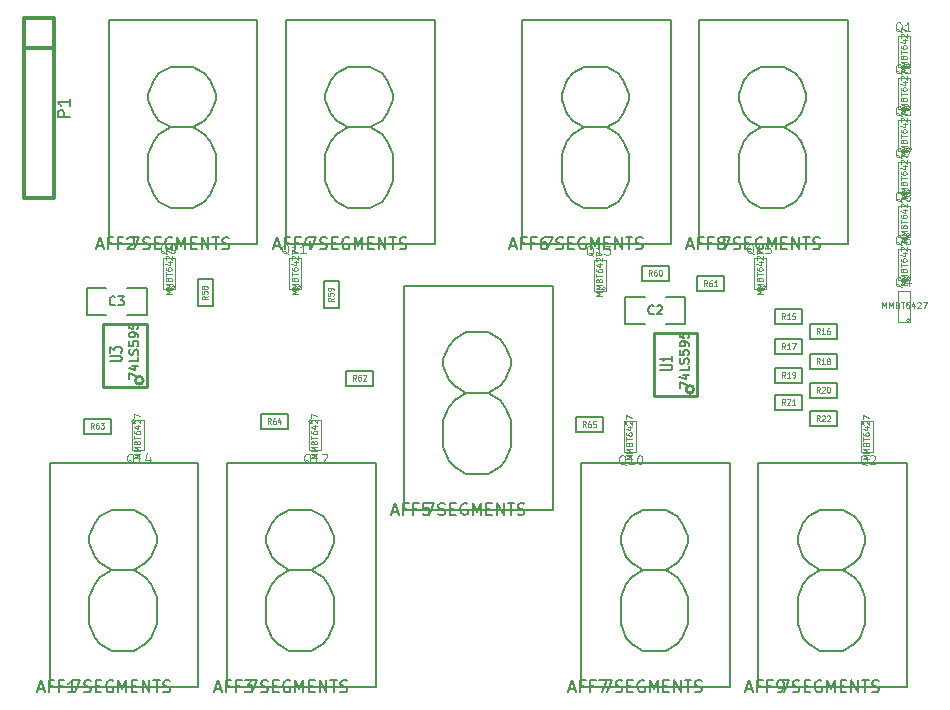
<source format=gto>
G04 (created by PCBNEW (2013-07-07 BZR 4022)-stable) date 1/31/2015 10:55:12 PM*
%MOIN*%
G04 Gerber Fmt 3.4, Leading zero omitted, Abs format*
%FSLAX34Y34*%
G01*
G70*
G90*
G04 APERTURE LIST*
%ADD10C,0.00590551*%
%ADD11C,0.01*%
%ADD12C,0.0031*%
%ADD13C,0.005*%
%ADD14C,0.012*%
%ADD15C,0.0075*%
%ADD16C,0.0047*%
%ADD17C,0.0039*%
%ADD18C,0.0045*%
%ADD19C,0.008*%
G04 APERTURE END LIST*
G54D10*
G54D11*
X47150Y-31400D02*
X47150Y-29300D01*
X47150Y-29300D02*
X48600Y-29300D01*
X48600Y-29300D02*
X48600Y-31400D01*
X48600Y-31400D02*
X47150Y-31400D01*
X48484Y-31167D02*
G75*
G03X48484Y-31167I-128J0D01*
G74*
G01*
X28800Y-31100D02*
X28800Y-29000D01*
X28800Y-29000D02*
X30250Y-29000D01*
X30250Y-29000D02*
X30250Y-31100D01*
X30250Y-31100D02*
X28800Y-31100D01*
X30134Y-30867D02*
G75*
G03X30134Y-30867I-128J0D01*
G74*
G01*
G54D12*
X35400Y-27763D02*
G75*
G03X35400Y-27763I-62J0D01*
G74*
G01*
X35000Y-26800D02*
X35400Y-26800D01*
X35000Y-27825D02*
X35400Y-27825D01*
X35400Y-26800D02*
X35400Y-27825D01*
X35000Y-27825D02*
X35000Y-26800D01*
X55700Y-21763D02*
G75*
G03X55700Y-21763I-62J0D01*
G74*
G01*
X55300Y-20800D02*
X55700Y-20800D01*
X55300Y-21825D02*
X55700Y-21825D01*
X55700Y-20800D02*
X55700Y-21825D01*
X55300Y-21825D02*
X55300Y-20800D01*
X55700Y-23163D02*
G75*
G03X55700Y-23163I-62J0D01*
G74*
G01*
X55300Y-22200D02*
X55700Y-22200D01*
X55300Y-23225D02*
X55700Y-23225D01*
X55700Y-22200D02*
X55700Y-23225D01*
X55300Y-23225D02*
X55300Y-22200D01*
X55700Y-24563D02*
G75*
G03X55700Y-24563I-62J0D01*
G74*
G01*
X55300Y-23600D02*
X55700Y-23600D01*
X55300Y-24625D02*
X55700Y-24625D01*
X55700Y-23600D02*
X55700Y-24625D01*
X55300Y-24625D02*
X55300Y-23600D01*
X54174Y-32287D02*
G75*
G03X54174Y-32287I-62J0D01*
G74*
G01*
X54450Y-33250D02*
X54050Y-33250D01*
X54450Y-32225D02*
X54050Y-32225D01*
X54050Y-33250D02*
X54050Y-32225D01*
X54450Y-32225D02*
X54450Y-33250D01*
X55700Y-28863D02*
G75*
G03X55700Y-28863I-62J0D01*
G74*
G01*
X55300Y-27900D02*
X55700Y-27900D01*
X55300Y-28925D02*
X55700Y-28925D01*
X55700Y-27900D02*
X55700Y-28925D01*
X55300Y-28925D02*
X55300Y-27900D01*
X55700Y-27463D02*
G75*
G03X55700Y-27463I-62J0D01*
G74*
G01*
X55300Y-26500D02*
X55700Y-26500D01*
X55300Y-27525D02*
X55700Y-27525D01*
X55700Y-26500D02*
X55700Y-27525D01*
X55300Y-27525D02*
X55300Y-26500D01*
X55700Y-26013D02*
G75*
G03X55700Y-26013I-62J0D01*
G74*
G01*
X55300Y-25050D02*
X55700Y-25050D01*
X55300Y-26075D02*
X55700Y-26075D01*
X55700Y-25050D02*
X55700Y-26075D01*
X55300Y-26075D02*
X55300Y-25050D01*
X31200Y-27763D02*
G75*
G03X31200Y-27763I-62J0D01*
G74*
G01*
X30800Y-26800D02*
X31200Y-26800D01*
X30800Y-27825D02*
X31200Y-27825D01*
X31200Y-26800D02*
X31200Y-27825D01*
X30800Y-27825D02*
X30800Y-26800D01*
X45550Y-27813D02*
G75*
G03X45550Y-27813I-62J0D01*
G74*
G01*
X45150Y-26850D02*
X45550Y-26850D01*
X45150Y-27875D02*
X45550Y-27875D01*
X45550Y-26850D02*
X45550Y-27875D01*
X45150Y-27875D02*
X45150Y-26850D01*
X50900Y-27763D02*
G75*
G03X50900Y-27763I-62J0D01*
G74*
G01*
X50500Y-26800D02*
X50900Y-26800D01*
X50500Y-27825D02*
X50900Y-27825D01*
X50900Y-26800D02*
X50900Y-27825D01*
X50500Y-27825D02*
X50500Y-26800D01*
X46274Y-32287D02*
G75*
G03X46274Y-32287I-62J0D01*
G74*
G01*
X46550Y-33250D02*
X46150Y-33250D01*
X46550Y-32225D02*
X46150Y-32225D01*
X46150Y-33250D02*
X46150Y-32225D01*
X46550Y-32225D02*
X46550Y-33250D01*
X35774Y-32237D02*
G75*
G03X35774Y-32237I-62J0D01*
G74*
G01*
X36050Y-33200D02*
X35650Y-33200D01*
X36050Y-32175D02*
X35650Y-32175D01*
X35650Y-33200D02*
X35650Y-32175D01*
X36050Y-32175D02*
X36050Y-33200D01*
X29874Y-32237D02*
G75*
G03X29874Y-32237I-62J0D01*
G74*
G01*
X30150Y-33200D02*
X29750Y-33200D01*
X30150Y-32175D02*
X29750Y-32175D01*
X29750Y-33200D02*
X29750Y-32175D01*
X30150Y-32175D02*
X30150Y-33200D01*
G54D10*
X32921Y-41094D02*
X32921Y-33614D01*
X32921Y-33614D02*
X37881Y-33614D01*
X37881Y-33614D02*
X37881Y-41094D01*
X37881Y-41094D02*
X32921Y-41094D01*
X44732Y-41094D02*
X44732Y-33614D01*
X44732Y-33614D02*
X49692Y-33614D01*
X49692Y-33614D02*
X49692Y-41094D01*
X49692Y-41094D02*
X44732Y-41094D01*
X27015Y-41094D02*
X27015Y-33614D01*
X27015Y-33614D02*
X31976Y-33614D01*
X31976Y-33614D02*
X31976Y-41094D01*
X31976Y-41094D02*
X27015Y-41094D01*
X50637Y-41094D02*
X50637Y-33614D01*
X50637Y-33614D02*
X55598Y-33614D01*
X55598Y-33614D02*
X55598Y-41094D01*
X55598Y-41094D02*
X50637Y-41094D01*
X48669Y-26330D02*
X48669Y-18850D01*
X48669Y-18850D02*
X53629Y-18850D01*
X53629Y-18850D02*
X53629Y-26330D01*
X53629Y-26330D02*
X48669Y-26330D01*
X38826Y-35188D02*
X38826Y-27708D01*
X38826Y-27708D02*
X43787Y-27708D01*
X43787Y-27708D02*
X43787Y-35188D01*
X43787Y-35188D02*
X38826Y-35188D01*
X42763Y-26330D02*
X42763Y-18850D01*
X42763Y-18850D02*
X47724Y-18850D01*
X47724Y-18850D02*
X47724Y-26330D01*
X47724Y-26330D02*
X42763Y-26330D01*
X28984Y-26330D02*
X28984Y-18850D01*
X28984Y-18850D02*
X33944Y-18850D01*
X33944Y-18850D02*
X33944Y-26330D01*
X33944Y-26330D02*
X28984Y-26330D01*
X34889Y-26330D02*
X34889Y-18850D01*
X34889Y-18850D02*
X39850Y-18850D01*
X39850Y-18850D02*
X39850Y-26330D01*
X39850Y-26330D02*
X34889Y-26330D01*
G54D13*
X46200Y-28100D02*
X46200Y-29000D01*
X46200Y-29000D02*
X46850Y-29000D01*
X47550Y-28100D02*
X48200Y-28100D01*
X48200Y-28100D02*
X48200Y-29000D01*
X48200Y-29000D02*
X47550Y-29000D01*
X46850Y-28100D02*
X46200Y-28100D01*
X28250Y-27800D02*
X28250Y-28700D01*
X28250Y-28700D02*
X28900Y-28700D01*
X29600Y-27800D02*
X30250Y-27800D01*
X30250Y-27800D02*
X30250Y-28700D01*
X30250Y-28700D02*
X29600Y-28700D01*
X28900Y-27800D02*
X28250Y-27800D01*
X31950Y-28400D02*
X31950Y-27500D01*
X31950Y-27500D02*
X32450Y-27500D01*
X32450Y-27500D02*
X32450Y-28400D01*
X32450Y-28400D02*
X31950Y-28400D01*
X44550Y-32100D02*
X45450Y-32100D01*
X45450Y-32100D02*
X45450Y-32600D01*
X45450Y-32600D02*
X44550Y-32600D01*
X44550Y-32600D02*
X44550Y-32100D01*
X36150Y-28450D02*
X36150Y-27550D01*
X36150Y-27550D02*
X36650Y-27550D01*
X36650Y-27550D02*
X36650Y-28450D01*
X36650Y-28450D02*
X36150Y-28450D01*
X47650Y-27550D02*
X46750Y-27550D01*
X46750Y-27550D02*
X46750Y-27050D01*
X46750Y-27050D02*
X47650Y-27050D01*
X47650Y-27050D02*
X47650Y-27550D01*
X48600Y-27400D02*
X49500Y-27400D01*
X49500Y-27400D02*
X49500Y-27900D01*
X49500Y-27900D02*
X48600Y-27900D01*
X48600Y-27900D02*
X48600Y-27400D01*
X36900Y-30550D02*
X37800Y-30550D01*
X37800Y-30550D02*
X37800Y-31050D01*
X37800Y-31050D02*
X36900Y-31050D01*
X36900Y-31050D02*
X36900Y-30550D01*
X28150Y-32150D02*
X29050Y-32150D01*
X29050Y-32150D02*
X29050Y-32650D01*
X29050Y-32650D02*
X28150Y-32650D01*
X28150Y-32650D02*
X28150Y-32150D01*
X34050Y-32000D02*
X34950Y-32000D01*
X34950Y-32000D02*
X34950Y-32500D01*
X34950Y-32500D02*
X34050Y-32500D01*
X34050Y-32500D02*
X34050Y-32000D01*
X52350Y-31900D02*
X53250Y-31900D01*
X53250Y-31900D02*
X53250Y-32400D01*
X53250Y-32400D02*
X52350Y-32400D01*
X52350Y-32400D02*
X52350Y-31900D01*
X51200Y-31350D02*
X52100Y-31350D01*
X52100Y-31350D02*
X52100Y-31850D01*
X52100Y-31850D02*
X51200Y-31850D01*
X51200Y-31850D02*
X51200Y-31350D01*
X52350Y-30950D02*
X53250Y-30950D01*
X53250Y-30950D02*
X53250Y-31450D01*
X53250Y-31450D02*
X52350Y-31450D01*
X52350Y-31450D02*
X52350Y-30950D01*
X51200Y-30450D02*
X52100Y-30450D01*
X52100Y-30450D02*
X52100Y-30950D01*
X52100Y-30950D02*
X51200Y-30950D01*
X51200Y-30950D02*
X51200Y-30450D01*
X52350Y-30000D02*
X53250Y-30000D01*
X53250Y-30000D02*
X53250Y-30500D01*
X53250Y-30500D02*
X52350Y-30500D01*
X52350Y-30500D02*
X52350Y-30000D01*
X51200Y-29500D02*
X52100Y-29500D01*
X52100Y-29500D02*
X52100Y-30000D01*
X52100Y-30000D02*
X51200Y-30000D01*
X51200Y-30000D02*
X51200Y-29500D01*
X52350Y-29000D02*
X53250Y-29000D01*
X53250Y-29000D02*
X53250Y-29500D01*
X53250Y-29500D02*
X52350Y-29500D01*
X52350Y-29500D02*
X52350Y-29000D01*
X51200Y-28500D02*
X52100Y-28500D01*
X52100Y-28500D02*
X52100Y-29000D01*
X52100Y-29000D02*
X51200Y-29000D01*
X51200Y-29000D02*
X51200Y-28500D01*
G54D14*
X26175Y-18800D02*
X27175Y-18800D01*
X27175Y-18800D02*
X27175Y-24800D01*
X27175Y-24800D02*
X26175Y-24800D01*
X26175Y-24800D02*
X26175Y-18800D01*
X26175Y-19800D02*
X27175Y-19800D01*
G54D12*
X55700Y-20363D02*
G75*
G03X55700Y-20363I-62J0D01*
G74*
G01*
X55300Y-19400D02*
X55700Y-19400D01*
X55300Y-20425D02*
X55700Y-20425D01*
X55700Y-19400D02*
X55700Y-20425D01*
X55300Y-20425D02*
X55300Y-19400D01*
G54D15*
X47366Y-30528D02*
X47690Y-30528D01*
X47728Y-30514D01*
X47747Y-30500D01*
X47766Y-30471D01*
X47766Y-30414D01*
X47747Y-30385D01*
X47728Y-30371D01*
X47690Y-30357D01*
X47366Y-30357D01*
X47766Y-30057D02*
X47766Y-30228D01*
X47766Y-30142D02*
X47366Y-30142D01*
X47424Y-30171D01*
X47462Y-30200D01*
X47481Y-30228D01*
X48016Y-31137D02*
X48016Y-30937D01*
X48316Y-31066D01*
X48116Y-30694D02*
X48316Y-30694D01*
X48002Y-30766D02*
X48216Y-30837D01*
X48216Y-30651D01*
X48316Y-30394D02*
X48316Y-30537D01*
X48016Y-30537D01*
X48302Y-30309D02*
X48316Y-30266D01*
X48316Y-30194D01*
X48302Y-30166D01*
X48287Y-30151D01*
X48259Y-30137D01*
X48230Y-30137D01*
X48202Y-30151D01*
X48187Y-30166D01*
X48173Y-30194D01*
X48159Y-30251D01*
X48145Y-30280D01*
X48130Y-30294D01*
X48102Y-30309D01*
X48073Y-30309D01*
X48045Y-30294D01*
X48030Y-30280D01*
X48016Y-30251D01*
X48016Y-30180D01*
X48030Y-30137D01*
X48016Y-29866D02*
X48016Y-30009D01*
X48159Y-30023D01*
X48145Y-30009D01*
X48130Y-29980D01*
X48130Y-29909D01*
X48145Y-29880D01*
X48159Y-29866D01*
X48187Y-29852D01*
X48259Y-29852D01*
X48287Y-29866D01*
X48302Y-29880D01*
X48316Y-29909D01*
X48316Y-29980D01*
X48302Y-30009D01*
X48287Y-30023D01*
X48316Y-29709D02*
X48316Y-29652D01*
X48302Y-29623D01*
X48287Y-29609D01*
X48245Y-29580D01*
X48187Y-29566D01*
X48073Y-29566D01*
X48045Y-29580D01*
X48030Y-29594D01*
X48016Y-29623D01*
X48016Y-29680D01*
X48030Y-29709D01*
X48045Y-29723D01*
X48073Y-29737D01*
X48145Y-29737D01*
X48173Y-29723D01*
X48187Y-29709D01*
X48202Y-29680D01*
X48202Y-29623D01*
X48187Y-29594D01*
X48173Y-29580D01*
X48145Y-29566D01*
X48016Y-29294D02*
X48016Y-29437D01*
X48159Y-29452D01*
X48145Y-29437D01*
X48130Y-29409D01*
X48130Y-29337D01*
X48145Y-29309D01*
X48159Y-29294D01*
X48187Y-29280D01*
X48259Y-29280D01*
X48287Y-29294D01*
X48302Y-29309D01*
X48316Y-29337D01*
X48316Y-29409D01*
X48302Y-29437D01*
X48287Y-29452D01*
X29016Y-30228D02*
X29340Y-30228D01*
X29378Y-30214D01*
X29397Y-30200D01*
X29416Y-30171D01*
X29416Y-30114D01*
X29397Y-30085D01*
X29378Y-30071D01*
X29340Y-30057D01*
X29016Y-30057D01*
X29016Y-29942D02*
X29016Y-29757D01*
X29169Y-29857D01*
X29169Y-29814D01*
X29188Y-29785D01*
X29207Y-29771D01*
X29245Y-29757D01*
X29340Y-29757D01*
X29378Y-29771D01*
X29397Y-29785D01*
X29416Y-29814D01*
X29416Y-29900D01*
X29397Y-29928D01*
X29378Y-29942D01*
X29666Y-30837D02*
X29666Y-30637D01*
X29966Y-30766D01*
X29766Y-30394D02*
X29966Y-30394D01*
X29652Y-30466D02*
X29866Y-30537D01*
X29866Y-30351D01*
X29966Y-30094D02*
X29966Y-30237D01*
X29666Y-30237D01*
X29952Y-30009D02*
X29966Y-29966D01*
X29966Y-29894D01*
X29952Y-29866D01*
X29937Y-29851D01*
X29909Y-29837D01*
X29880Y-29837D01*
X29852Y-29851D01*
X29837Y-29866D01*
X29823Y-29894D01*
X29809Y-29951D01*
X29795Y-29980D01*
X29780Y-29994D01*
X29752Y-30009D01*
X29723Y-30009D01*
X29695Y-29994D01*
X29680Y-29980D01*
X29666Y-29951D01*
X29666Y-29880D01*
X29680Y-29837D01*
X29666Y-29566D02*
X29666Y-29709D01*
X29809Y-29723D01*
X29795Y-29709D01*
X29780Y-29680D01*
X29780Y-29609D01*
X29795Y-29580D01*
X29809Y-29566D01*
X29837Y-29552D01*
X29909Y-29552D01*
X29937Y-29566D01*
X29952Y-29580D01*
X29966Y-29609D01*
X29966Y-29680D01*
X29952Y-29709D01*
X29937Y-29723D01*
X29966Y-29409D02*
X29966Y-29352D01*
X29952Y-29323D01*
X29937Y-29309D01*
X29895Y-29280D01*
X29837Y-29266D01*
X29723Y-29266D01*
X29695Y-29280D01*
X29680Y-29294D01*
X29666Y-29323D01*
X29666Y-29380D01*
X29680Y-29409D01*
X29695Y-29423D01*
X29723Y-29437D01*
X29795Y-29437D01*
X29823Y-29423D01*
X29837Y-29409D01*
X29852Y-29380D01*
X29852Y-29323D01*
X29837Y-29294D01*
X29823Y-29280D01*
X29795Y-29266D01*
X29666Y-28994D02*
X29666Y-29137D01*
X29809Y-29152D01*
X29795Y-29137D01*
X29780Y-29109D01*
X29780Y-29037D01*
X29795Y-29009D01*
X29809Y-28994D01*
X29837Y-28980D01*
X29909Y-28980D01*
X29937Y-28994D01*
X29952Y-29009D01*
X29966Y-29037D01*
X29966Y-29109D01*
X29952Y-29137D01*
X29937Y-29152D01*
G54D16*
X34989Y-26663D02*
X34961Y-26648D01*
X34932Y-26620D01*
X34889Y-26577D01*
X34861Y-26563D01*
X34832Y-26563D01*
X34846Y-26634D02*
X34818Y-26620D01*
X34789Y-26591D01*
X34775Y-26534D01*
X34775Y-26434D01*
X34789Y-26377D01*
X34818Y-26348D01*
X34846Y-26334D01*
X34903Y-26334D01*
X34932Y-26348D01*
X34961Y-26377D01*
X34975Y-26434D01*
X34975Y-26534D01*
X34961Y-26591D01*
X34932Y-26620D01*
X34903Y-26634D01*
X34846Y-26634D01*
X35261Y-26634D02*
X35089Y-26634D01*
X35175Y-26634D02*
X35175Y-26334D01*
X35146Y-26377D01*
X35118Y-26405D01*
X35089Y-26420D01*
X35546Y-26634D02*
X35375Y-26634D01*
X35461Y-26634D02*
X35461Y-26334D01*
X35432Y-26377D01*
X35403Y-26405D01*
X35375Y-26420D01*
G54D17*
X35279Y-28002D02*
X35082Y-28002D01*
X35223Y-27936D01*
X35082Y-27870D01*
X35279Y-27870D01*
X35279Y-27776D02*
X35082Y-27776D01*
X35223Y-27711D01*
X35082Y-27645D01*
X35279Y-27645D01*
X35176Y-27486D02*
X35185Y-27457D01*
X35195Y-27448D01*
X35214Y-27439D01*
X35242Y-27439D01*
X35260Y-27448D01*
X35270Y-27457D01*
X35279Y-27476D01*
X35279Y-27551D01*
X35082Y-27551D01*
X35082Y-27486D01*
X35092Y-27467D01*
X35101Y-27457D01*
X35120Y-27448D01*
X35139Y-27448D01*
X35157Y-27457D01*
X35167Y-27467D01*
X35176Y-27486D01*
X35176Y-27551D01*
X35082Y-27382D02*
X35082Y-27270D01*
X35279Y-27326D02*
X35082Y-27326D01*
X35082Y-27120D02*
X35082Y-27157D01*
X35092Y-27176D01*
X35101Y-27185D01*
X35129Y-27204D01*
X35167Y-27214D01*
X35242Y-27214D01*
X35260Y-27204D01*
X35270Y-27195D01*
X35279Y-27176D01*
X35279Y-27138D01*
X35270Y-27120D01*
X35260Y-27110D01*
X35242Y-27101D01*
X35195Y-27101D01*
X35176Y-27110D01*
X35167Y-27120D01*
X35157Y-27138D01*
X35157Y-27176D01*
X35167Y-27195D01*
X35176Y-27204D01*
X35195Y-27214D01*
X35148Y-26932D02*
X35279Y-26932D01*
X35073Y-26979D02*
X35214Y-27026D01*
X35214Y-26904D01*
X35101Y-26838D02*
X35092Y-26829D01*
X35082Y-26810D01*
X35082Y-26763D01*
X35092Y-26744D01*
X35101Y-26735D01*
X35120Y-26726D01*
X35139Y-26726D01*
X35167Y-26735D01*
X35279Y-26848D01*
X35279Y-26726D01*
X35082Y-26660D02*
X35082Y-26529D01*
X35279Y-26613D01*
G54D16*
X55432Y-20663D02*
X55403Y-20648D01*
X55375Y-20620D01*
X55332Y-20577D01*
X55303Y-20563D01*
X55275Y-20563D01*
X55289Y-20634D02*
X55261Y-20620D01*
X55232Y-20591D01*
X55218Y-20534D01*
X55218Y-20434D01*
X55232Y-20377D01*
X55261Y-20348D01*
X55289Y-20334D01*
X55346Y-20334D01*
X55375Y-20348D01*
X55403Y-20377D01*
X55418Y-20434D01*
X55418Y-20534D01*
X55403Y-20591D01*
X55375Y-20620D01*
X55346Y-20634D01*
X55289Y-20634D01*
X55518Y-20334D02*
X55703Y-20334D01*
X55603Y-20448D01*
X55646Y-20448D01*
X55675Y-20463D01*
X55689Y-20477D01*
X55703Y-20505D01*
X55703Y-20577D01*
X55689Y-20605D01*
X55675Y-20620D01*
X55646Y-20634D01*
X55561Y-20634D01*
X55532Y-20620D01*
X55518Y-20605D01*
G54D17*
X55579Y-22002D02*
X55382Y-22002D01*
X55523Y-21936D01*
X55382Y-21870D01*
X55579Y-21870D01*
X55579Y-21776D02*
X55382Y-21776D01*
X55523Y-21711D01*
X55382Y-21645D01*
X55579Y-21645D01*
X55476Y-21486D02*
X55485Y-21457D01*
X55495Y-21448D01*
X55514Y-21439D01*
X55542Y-21439D01*
X55560Y-21448D01*
X55570Y-21457D01*
X55579Y-21476D01*
X55579Y-21551D01*
X55382Y-21551D01*
X55382Y-21486D01*
X55392Y-21467D01*
X55401Y-21457D01*
X55420Y-21448D01*
X55439Y-21448D01*
X55457Y-21457D01*
X55467Y-21467D01*
X55476Y-21486D01*
X55476Y-21551D01*
X55382Y-21382D02*
X55382Y-21270D01*
X55579Y-21326D02*
X55382Y-21326D01*
X55382Y-21120D02*
X55382Y-21157D01*
X55392Y-21176D01*
X55401Y-21185D01*
X55429Y-21204D01*
X55467Y-21214D01*
X55542Y-21214D01*
X55560Y-21204D01*
X55570Y-21195D01*
X55579Y-21176D01*
X55579Y-21138D01*
X55570Y-21120D01*
X55560Y-21110D01*
X55542Y-21101D01*
X55495Y-21101D01*
X55476Y-21110D01*
X55467Y-21120D01*
X55457Y-21138D01*
X55457Y-21176D01*
X55467Y-21195D01*
X55476Y-21204D01*
X55495Y-21214D01*
X55448Y-20932D02*
X55579Y-20932D01*
X55373Y-20979D02*
X55514Y-21026D01*
X55514Y-20904D01*
X55401Y-20838D02*
X55392Y-20829D01*
X55382Y-20810D01*
X55382Y-20763D01*
X55392Y-20744D01*
X55401Y-20735D01*
X55420Y-20726D01*
X55439Y-20726D01*
X55467Y-20735D01*
X55579Y-20848D01*
X55579Y-20726D01*
X55382Y-20660D02*
X55382Y-20529D01*
X55579Y-20613D01*
G54D16*
X55432Y-22063D02*
X55403Y-22048D01*
X55375Y-22020D01*
X55332Y-21977D01*
X55303Y-21963D01*
X55275Y-21963D01*
X55289Y-22034D02*
X55261Y-22020D01*
X55232Y-21991D01*
X55218Y-21934D01*
X55218Y-21834D01*
X55232Y-21777D01*
X55261Y-21748D01*
X55289Y-21734D01*
X55346Y-21734D01*
X55375Y-21748D01*
X55403Y-21777D01*
X55418Y-21834D01*
X55418Y-21934D01*
X55403Y-21991D01*
X55375Y-22020D01*
X55346Y-22034D01*
X55289Y-22034D01*
X55689Y-21734D02*
X55546Y-21734D01*
X55532Y-21877D01*
X55546Y-21863D01*
X55575Y-21848D01*
X55646Y-21848D01*
X55675Y-21863D01*
X55689Y-21877D01*
X55703Y-21905D01*
X55703Y-21977D01*
X55689Y-22005D01*
X55675Y-22020D01*
X55646Y-22034D01*
X55575Y-22034D01*
X55546Y-22020D01*
X55532Y-22005D01*
G54D17*
X55579Y-23402D02*
X55382Y-23402D01*
X55523Y-23336D01*
X55382Y-23270D01*
X55579Y-23270D01*
X55579Y-23176D02*
X55382Y-23176D01*
X55523Y-23111D01*
X55382Y-23045D01*
X55579Y-23045D01*
X55476Y-22886D02*
X55485Y-22857D01*
X55495Y-22848D01*
X55514Y-22839D01*
X55542Y-22839D01*
X55560Y-22848D01*
X55570Y-22857D01*
X55579Y-22876D01*
X55579Y-22951D01*
X55382Y-22951D01*
X55382Y-22886D01*
X55392Y-22867D01*
X55401Y-22857D01*
X55420Y-22848D01*
X55439Y-22848D01*
X55457Y-22857D01*
X55467Y-22867D01*
X55476Y-22886D01*
X55476Y-22951D01*
X55382Y-22782D02*
X55382Y-22670D01*
X55579Y-22726D02*
X55382Y-22726D01*
X55382Y-22520D02*
X55382Y-22557D01*
X55392Y-22576D01*
X55401Y-22585D01*
X55429Y-22604D01*
X55467Y-22614D01*
X55542Y-22614D01*
X55560Y-22604D01*
X55570Y-22595D01*
X55579Y-22576D01*
X55579Y-22538D01*
X55570Y-22520D01*
X55560Y-22510D01*
X55542Y-22501D01*
X55495Y-22501D01*
X55476Y-22510D01*
X55467Y-22520D01*
X55457Y-22538D01*
X55457Y-22576D01*
X55467Y-22595D01*
X55476Y-22604D01*
X55495Y-22614D01*
X55448Y-22332D02*
X55579Y-22332D01*
X55373Y-22379D02*
X55514Y-22426D01*
X55514Y-22304D01*
X55401Y-22238D02*
X55392Y-22229D01*
X55382Y-22210D01*
X55382Y-22163D01*
X55392Y-22144D01*
X55401Y-22135D01*
X55420Y-22126D01*
X55439Y-22126D01*
X55467Y-22135D01*
X55579Y-22248D01*
X55579Y-22126D01*
X55382Y-22060D02*
X55382Y-21929D01*
X55579Y-22013D01*
G54D16*
X55432Y-23463D02*
X55403Y-23448D01*
X55375Y-23420D01*
X55332Y-23377D01*
X55303Y-23363D01*
X55275Y-23363D01*
X55289Y-23434D02*
X55261Y-23420D01*
X55232Y-23391D01*
X55218Y-23334D01*
X55218Y-23234D01*
X55232Y-23177D01*
X55261Y-23148D01*
X55289Y-23134D01*
X55346Y-23134D01*
X55375Y-23148D01*
X55403Y-23177D01*
X55418Y-23234D01*
X55418Y-23334D01*
X55403Y-23391D01*
X55375Y-23420D01*
X55346Y-23434D01*
X55289Y-23434D01*
X55518Y-23134D02*
X55718Y-23134D01*
X55589Y-23434D01*
G54D17*
X55579Y-24802D02*
X55382Y-24802D01*
X55523Y-24736D01*
X55382Y-24670D01*
X55579Y-24670D01*
X55579Y-24576D02*
X55382Y-24576D01*
X55523Y-24511D01*
X55382Y-24445D01*
X55579Y-24445D01*
X55476Y-24286D02*
X55485Y-24257D01*
X55495Y-24248D01*
X55514Y-24239D01*
X55542Y-24239D01*
X55560Y-24248D01*
X55570Y-24257D01*
X55579Y-24276D01*
X55579Y-24351D01*
X55382Y-24351D01*
X55382Y-24286D01*
X55392Y-24267D01*
X55401Y-24257D01*
X55420Y-24248D01*
X55439Y-24248D01*
X55457Y-24257D01*
X55467Y-24267D01*
X55476Y-24286D01*
X55476Y-24351D01*
X55382Y-24182D02*
X55382Y-24070D01*
X55579Y-24126D02*
X55382Y-24126D01*
X55382Y-23920D02*
X55382Y-23957D01*
X55392Y-23976D01*
X55401Y-23985D01*
X55429Y-24004D01*
X55467Y-24014D01*
X55542Y-24014D01*
X55560Y-24004D01*
X55570Y-23995D01*
X55579Y-23976D01*
X55579Y-23938D01*
X55570Y-23920D01*
X55560Y-23910D01*
X55542Y-23901D01*
X55495Y-23901D01*
X55476Y-23910D01*
X55467Y-23920D01*
X55457Y-23938D01*
X55457Y-23976D01*
X55467Y-23995D01*
X55476Y-24004D01*
X55495Y-24014D01*
X55448Y-23732D02*
X55579Y-23732D01*
X55373Y-23779D02*
X55514Y-23826D01*
X55514Y-23704D01*
X55401Y-23638D02*
X55392Y-23629D01*
X55382Y-23610D01*
X55382Y-23563D01*
X55392Y-23544D01*
X55401Y-23535D01*
X55420Y-23526D01*
X55439Y-23526D01*
X55467Y-23535D01*
X55579Y-23648D01*
X55579Y-23526D01*
X55382Y-23460D02*
X55382Y-23329D01*
X55579Y-23413D01*
G54D16*
X54260Y-33687D02*
X54231Y-33672D01*
X54203Y-33644D01*
X54160Y-33601D01*
X54131Y-33587D01*
X54103Y-33587D01*
X54117Y-33658D02*
X54089Y-33644D01*
X54060Y-33615D01*
X54046Y-33558D01*
X54046Y-33458D01*
X54060Y-33401D01*
X54089Y-33372D01*
X54117Y-33358D01*
X54174Y-33358D01*
X54203Y-33372D01*
X54231Y-33401D01*
X54246Y-33458D01*
X54246Y-33558D01*
X54231Y-33615D01*
X54203Y-33644D01*
X54174Y-33658D01*
X54117Y-33658D01*
X54360Y-33387D02*
X54374Y-33372D01*
X54403Y-33358D01*
X54474Y-33358D01*
X54503Y-33372D01*
X54517Y-33387D01*
X54531Y-33415D01*
X54531Y-33444D01*
X54517Y-33487D01*
X54346Y-33658D01*
X54531Y-33658D01*
G54D17*
X54329Y-33502D02*
X54132Y-33502D01*
X54273Y-33436D01*
X54132Y-33370D01*
X54329Y-33370D01*
X54329Y-33276D02*
X54132Y-33276D01*
X54273Y-33211D01*
X54132Y-33145D01*
X54329Y-33145D01*
X54226Y-32986D02*
X54235Y-32957D01*
X54245Y-32948D01*
X54264Y-32939D01*
X54292Y-32939D01*
X54310Y-32948D01*
X54320Y-32957D01*
X54329Y-32976D01*
X54329Y-33051D01*
X54132Y-33051D01*
X54132Y-32986D01*
X54142Y-32967D01*
X54151Y-32957D01*
X54170Y-32948D01*
X54189Y-32948D01*
X54207Y-32957D01*
X54217Y-32967D01*
X54226Y-32986D01*
X54226Y-33051D01*
X54132Y-32882D02*
X54132Y-32770D01*
X54329Y-32826D02*
X54132Y-32826D01*
X54132Y-32620D02*
X54132Y-32657D01*
X54142Y-32676D01*
X54151Y-32685D01*
X54179Y-32704D01*
X54217Y-32714D01*
X54292Y-32714D01*
X54310Y-32704D01*
X54320Y-32695D01*
X54329Y-32676D01*
X54329Y-32638D01*
X54320Y-32620D01*
X54310Y-32610D01*
X54292Y-32601D01*
X54245Y-32601D01*
X54226Y-32610D01*
X54217Y-32620D01*
X54207Y-32638D01*
X54207Y-32676D01*
X54217Y-32695D01*
X54226Y-32704D01*
X54245Y-32714D01*
X54198Y-32432D02*
X54329Y-32432D01*
X54123Y-32479D02*
X54264Y-32526D01*
X54264Y-32404D01*
X54151Y-32338D02*
X54142Y-32329D01*
X54132Y-32310D01*
X54132Y-32263D01*
X54142Y-32244D01*
X54151Y-32235D01*
X54170Y-32226D01*
X54189Y-32226D01*
X54217Y-32235D01*
X54329Y-32348D01*
X54329Y-32226D01*
X54132Y-32160D02*
X54132Y-32029D01*
X54329Y-32113D01*
G54D16*
X55432Y-27763D02*
X55403Y-27748D01*
X55375Y-27720D01*
X55332Y-27677D01*
X55303Y-27663D01*
X55275Y-27663D01*
X55289Y-27734D02*
X55261Y-27720D01*
X55232Y-27691D01*
X55218Y-27634D01*
X55218Y-27534D01*
X55232Y-27477D01*
X55261Y-27448D01*
X55289Y-27434D01*
X55346Y-27434D01*
X55375Y-27448D01*
X55403Y-27477D01*
X55418Y-27534D01*
X55418Y-27634D01*
X55403Y-27691D01*
X55375Y-27720D01*
X55346Y-27734D01*
X55289Y-27734D01*
X55675Y-27534D02*
X55675Y-27734D01*
X55603Y-27420D02*
X55532Y-27634D01*
X55718Y-27634D01*
G54D17*
X54772Y-28454D02*
X54772Y-28257D01*
X54838Y-28398D01*
X54904Y-28257D01*
X54904Y-28454D01*
X54998Y-28454D02*
X54998Y-28257D01*
X55063Y-28398D01*
X55129Y-28257D01*
X55129Y-28454D01*
X55288Y-28351D02*
X55317Y-28360D01*
X55326Y-28370D01*
X55335Y-28389D01*
X55335Y-28417D01*
X55326Y-28435D01*
X55317Y-28445D01*
X55298Y-28454D01*
X55223Y-28454D01*
X55223Y-28257D01*
X55288Y-28257D01*
X55307Y-28267D01*
X55317Y-28276D01*
X55326Y-28295D01*
X55326Y-28314D01*
X55317Y-28332D01*
X55307Y-28342D01*
X55288Y-28351D01*
X55223Y-28351D01*
X55392Y-28257D02*
X55504Y-28257D01*
X55448Y-28454D02*
X55448Y-28257D01*
X55654Y-28257D02*
X55617Y-28257D01*
X55598Y-28267D01*
X55589Y-28276D01*
X55570Y-28304D01*
X55560Y-28342D01*
X55560Y-28417D01*
X55570Y-28435D01*
X55579Y-28445D01*
X55598Y-28454D01*
X55636Y-28454D01*
X55654Y-28445D01*
X55664Y-28435D01*
X55673Y-28417D01*
X55673Y-28370D01*
X55664Y-28351D01*
X55654Y-28342D01*
X55636Y-28332D01*
X55598Y-28332D01*
X55579Y-28342D01*
X55570Y-28351D01*
X55560Y-28370D01*
X55842Y-28323D02*
X55842Y-28454D01*
X55795Y-28248D02*
X55748Y-28389D01*
X55870Y-28389D01*
X55936Y-28276D02*
X55945Y-28267D01*
X55964Y-28257D01*
X56011Y-28257D01*
X56030Y-28267D01*
X56039Y-28276D01*
X56048Y-28295D01*
X56048Y-28314D01*
X56039Y-28342D01*
X55926Y-28454D01*
X56048Y-28454D01*
X56114Y-28257D02*
X56245Y-28257D01*
X56161Y-28454D01*
G54D16*
X55432Y-26363D02*
X55403Y-26348D01*
X55375Y-26320D01*
X55332Y-26277D01*
X55303Y-26263D01*
X55275Y-26263D01*
X55289Y-26334D02*
X55261Y-26320D01*
X55232Y-26291D01*
X55218Y-26234D01*
X55218Y-26134D01*
X55232Y-26077D01*
X55261Y-26048D01*
X55289Y-26034D01*
X55346Y-26034D01*
X55375Y-26048D01*
X55403Y-26077D01*
X55418Y-26134D01*
X55418Y-26234D01*
X55403Y-26291D01*
X55375Y-26320D01*
X55346Y-26334D01*
X55289Y-26334D01*
X55675Y-26034D02*
X55618Y-26034D01*
X55589Y-26048D01*
X55575Y-26063D01*
X55546Y-26105D01*
X55532Y-26163D01*
X55532Y-26277D01*
X55546Y-26305D01*
X55561Y-26320D01*
X55589Y-26334D01*
X55646Y-26334D01*
X55675Y-26320D01*
X55689Y-26305D01*
X55703Y-26277D01*
X55703Y-26205D01*
X55689Y-26177D01*
X55675Y-26163D01*
X55646Y-26148D01*
X55589Y-26148D01*
X55561Y-26163D01*
X55546Y-26177D01*
X55532Y-26205D01*
G54D17*
X55579Y-27702D02*
X55382Y-27702D01*
X55523Y-27636D01*
X55382Y-27570D01*
X55579Y-27570D01*
X55579Y-27476D02*
X55382Y-27476D01*
X55523Y-27411D01*
X55382Y-27345D01*
X55579Y-27345D01*
X55476Y-27186D02*
X55485Y-27157D01*
X55495Y-27148D01*
X55514Y-27139D01*
X55542Y-27139D01*
X55560Y-27148D01*
X55570Y-27157D01*
X55579Y-27176D01*
X55579Y-27251D01*
X55382Y-27251D01*
X55382Y-27186D01*
X55392Y-27167D01*
X55401Y-27157D01*
X55420Y-27148D01*
X55439Y-27148D01*
X55457Y-27157D01*
X55467Y-27167D01*
X55476Y-27186D01*
X55476Y-27251D01*
X55382Y-27082D02*
X55382Y-26970D01*
X55579Y-27026D02*
X55382Y-27026D01*
X55382Y-26820D02*
X55382Y-26857D01*
X55392Y-26876D01*
X55401Y-26885D01*
X55429Y-26904D01*
X55467Y-26914D01*
X55542Y-26914D01*
X55560Y-26904D01*
X55570Y-26895D01*
X55579Y-26876D01*
X55579Y-26838D01*
X55570Y-26820D01*
X55560Y-26810D01*
X55542Y-26801D01*
X55495Y-26801D01*
X55476Y-26810D01*
X55467Y-26820D01*
X55457Y-26838D01*
X55457Y-26876D01*
X55467Y-26895D01*
X55476Y-26904D01*
X55495Y-26914D01*
X55448Y-26632D02*
X55579Y-26632D01*
X55373Y-26679D02*
X55514Y-26726D01*
X55514Y-26604D01*
X55401Y-26538D02*
X55392Y-26529D01*
X55382Y-26510D01*
X55382Y-26463D01*
X55392Y-26444D01*
X55401Y-26435D01*
X55420Y-26426D01*
X55439Y-26426D01*
X55467Y-26435D01*
X55579Y-26548D01*
X55579Y-26426D01*
X55382Y-26360D02*
X55382Y-26229D01*
X55579Y-26313D01*
G54D16*
X55432Y-24913D02*
X55403Y-24898D01*
X55375Y-24870D01*
X55332Y-24827D01*
X55303Y-24813D01*
X55275Y-24813D01*
X55289Y-24884D02*
X55261Y-24870D01*
X55232Y-24841D01*
X55218Y-24784D01*
X55218Y-24684D01*
X55232Y-24627D01*
X55261Y-24598D01*
X55289Y-24584D01*
X55346Y-24584D01*
X55375Y-24598D01*
X55403Y-24627D01*
X55418Y-24684D01*
X55418Y-24784D01*
X55403Y-24841D01*
X55375Y-24870D01*
X55346Y-24884D01*
X55289Y-24884D01*
X55589Y-24713D02*
X55561Y-24698D01*
X55546Y-24684D01*
X55532Y-24655D01*
X55532Y-24641D01*
X55546Y-24613D01*
X55561Y-24598D01*
X55589Y-24584D01*
X55646Y-24584D01*
X55675Y-24598D01*
X55689Y-24613D01*
X55703Y-24641D01*
X55703Y-24655D01*
X55689Y-24684D01*
X55675Y-24698D01*
X55646Y-24713D01*
X55589Y-24713D01*
X55561Y-24727D01*
X55546Y-24741D01*
X55532Y-24770D01*
X55532Y-24827D01*
X55546Y-24855D01*
X55561Y-24870D01*
X55589Y-24884D01*
X55646Y-24884D01*
X55675Y-24870D01*
X55689Y-24855D01*
X55703Y-24827D01*
X55703Y-24770D01*
X55689Y-24741D01*
X55675Y-24727D01*
X55646Y-24713D01*
G54D17*
X55579Y-26252D02*
X55382Y-26252D01*
X55523Y-26186D01*
X55382Y-26120D01*
X55579Y-26120D01*
X55579Y-26026D02*
X55382Y-26026D01*
X55523Y-25961D01*
X55382Y-25895D01*
X55579Y-25895D01*
X55476Y-25736D02*
X55485Y-25707D01*
X55495Y-25698D01*
X55514Y-25689D01*
X55542Y-25689D01*
X55560Y-25698D01*
X55570Y-25707D01*
X55579Y-25726D01*
X55579Y-25801D01*
X55382Y-25801D01*
X55382Y-25736D01*
X55392Y-25717D01*
X55401Y-25707D01*
X55420Y-25698D01*
X55439Y-25698D01*
X55457Y-25707D01*
X55467Y-25717D01*
X55476Y-25736D01*
X55476Y-25801D01*
X55382Y-25632D02*
X55382Y-25520D01*
X55579Y-25576D02*
X55382Y-25576D01*
X55382Y-25370D02*
X55382Y-25407D01*
X55392Y-25426D01*
X55401Y-25435D01*
X55429Y-25454D01*
X55467Y-25464D01*
X55542Y-25464D01*
X55560Y-25454D01*
X55570Y-25445D01*
X55579Y-25426D01*
X55579Y-25388D01*
X55570Y-25370D01*
X55560Y-25360D01*
X55542Y-25351D01*
X55495Y-25351D01*
X55476Y-25360D01*
X55467Y-25370D01*
X55457Y-25388D01*
X55457Y-25426D01*
X55467Y-25445D01*
X55476Y-25454D01*
X55495Y-25464D01*
X55448Y-25182D02*
X55579Y-25182D01*
X55373Y-25229D02*
X55514Y-25276D01*
X55514Y-25154D01*
X55401Y-25088D02*
X55392Y-25079D01*
X55382Y-25060D01*
X55382Y-25013D01*
X55392Y-24994D01*
X55401Y-24985D01*
X55420Y-24976D01*
X55439Y-24976D01*
X55467Y-24985D01*
X55579Y-25098D01*
X55579Y-24976D01*
X55382Y-24910D02*
X55382Y-24779D01*
X55579Y-24863D01*
G54D16*
X30932Y-26663D02*
X30903Y-26648D01*
X30875Y-26620D01*
X30832Y-26577D01*
X30803Y-26563D01*
X30775Y-26563D01*
X30789Y-26634D02*
X30761Y-26620D01*
X30732Y-26591D01*
X30718Y-26534D01*
X30718Y-26434D01*
X30732Y-26377D01*
X30761Y-26348D01*
X30789Y-26334D01*
X30846Y-26334D01*
X30875Y-26348D01*
X30903Y-26377D01*
X30918Y-26434D01*
X30918Y-26534D01*
X30903Y-26591D01*
X30875Y-26620D01*
X30846Y-26634D01*
X30789Y-26634D01*
X31061Y-26634D02*
X31118Y-26634D01*
X31146Y-26620D01*
X31161Y-26605D01*
X31189Y-26563D01*
X31203Y-26505D01*
X31203Y-26391D01*
X31189Y-26363D01*
X31175Y-26348D01*
X31146Y-26334D01*
X31089Y-26334D01*
X31061Y-26348D01*
X31046Y-26363D01*
X31032Y-26391D01*
X31032Y-26463D01*
X31046Y-26491D01*
X31061Y-26505D01*
X31089Y-26520D01*
X31146Y-26520D01*
X31175Y-26505D01*
X31189Y-26491D01*
X31203Y-26463D01*
G54D17*
X31079Y-28002D02*
X30882Y-28002D01*
X31023Y-27936D01*
X30882Y-27870D01*
X31079Y-27870D01*
X31079Y-27776D02*
X30882Y-27776D01*
X31023Y-27711D01*
X30882Y-27645D01*
X31079Y-27645D01*
X30976Y-27486D02*
X30985Y-27457D01*
X30995Y-27448D01*
X31014Y-27439D01*
X31042Y-27439D01*
X31060Y-27448D01*
X31070Y-27457D01*
X31079Y-27476D01*
X31079Y-27551D01*
X30882Y-27551D01*
X30882Y-27486D01*
X30892Y-27467D01*
X30901Y-27457D01*
X30920Y-27448D01*
X30939Y-27448D01*
X30957Y-27457D01*
X30967Y-27467D01*
X30976Y-27486D01*
X30976Y-27551D01*
X30882Y-27382D02*
X30882Y-27270D01*
X31079Y-27326D02*
X30882Y-27326D01*
X30882Y-27120D02*
X30882Y-27157D01*
X30892Y-27176D01*
X30901Y-27185D01*
X30929Y-27204D01*
X30967Y-27214D01*
X31042Y-27214D01*
X31060Y-27204D01*
X31070Y-27195D01*
X31079Y-27176D01*
X31079Y-27138D01*
X31070Y-27120D01*
X31060Y-27110D01*
X31042Y-27101D01*
X30995Y-27101D01*
X30976Y-27110D01*
X30967Y-27120D01*
X30957Y-27138D01*
X30957Y-27176D01*
X30967Y-27195D01*
X30976Y-27204D01*
X30995Y-27214D01*
X30948Y-26932D02*
X31079Y-26932D01*
X30873Y-26979D02*
X31014Y-27026D01*
X31014Y-26904D01*
X30901Y-26838D02*
X30892Y-26829D01*
X30882Y-26810D01*
X30882Y-26763D01*
X30892Y-26744D01*
X30901Y-26735D01*
X30920Y-26726D01*
X30939Y-26726D01*
X30967Y-26735D01*
X31079Y-26848D01*
X31079Y-26726D01*
X30882Y-26660D02*
X30882Y-26529D01*
X31079Y-26613D01*
G54D16*
X45139Y-26713D02*
X45111Y-26698D01*
X45082Y-26670D01*
X45039Y-26627D01*
X45011Y-26613D01*
X44982Y-26613D01*
X44996Y-26684D02*
X44968Y-26670D01*
X44939Y-26641D01*
X44925Y-26584D01*
X44925Y-26484D01*
X44939Y-26427D01*
X44968Y-26398D01*
X44996Y-26384D01*
X45053Y-26384D01*
X45082Y-26398D01*
X45111Y-26427D01*
X45125Y-26484D01*
X45125Y-26584D01*
X45111Y-26641D01*
X45082Y-26670D01*
X45053Y-26684D01*
X44996Y-26684D01*
X45411Y-26684D02*
X45239Y-26684D01*
X45325Y-26684D02*
X45325Y-26384D01*
X45296Y-26427D01*
X45268Y-26455D01*
X45239Y-26470D01*
X45511Y-26384D02*
X45696Y-26384D01*
X45596Y-26498D01*
X45639Y-26498D01*
X45668Y-26513D01*
X45682Y-26527D01*
X45696Y-26555D01*
X45696Y-26627D01*
X45682Y-26655D01*
X45668Y-26670D01*
X45639Y-26684D01*
X45553Y-26684D01*
X45525Y-26670D01*
X45511Y-26655D01*
G54D17*
X45429Y-28052D02*
X45232Y-28052D01*
X45373Y-27986D01*
X45232Y-27920D01*
X45429Y-27920D01*
X45429Y-27826D02*
X45232Y-27826D01*
X45373Y-27761D01*
X45232Y-27695D01*
X45429Y-27695D01*
X45326Y-27536D02*
X45335Y-27507D01*
X45345Y-27498D01*
X45364Y-27489D01*
X45392Y-27489D01*
X45410Y-27498D01*
X45420Y-27507D01*
X45429Y-27526D01*
X45429Y-27601D01*
X45232Y-27601D01*
X45232Y-27536D01*
X45242Y-27517D01*
X45251Y-27507D01*
X45270Y-27498D01*
X45289Y-27498D01*
X45307Y-27507D01*
X45317Y-27517D01*
X45326Y-27536D01*
X45326Y-27601D01*
X45232Y-27432D02*
X45232Y-27320D01*
X45429Y-27376D02*
X45232Y-27376D01*
X45232Y-27170D02*
X45232Y-27207D01*
X45242Y-27226D01*
X45251Y-27235D01*
X45279Y-27254D01*
X45317Y-27264D01*
X45392Y-27264D01*
X45410Y-27254D01*
X45420Y-27245D01*
X45429Y-27226D01*
X45429Y-27188D01*
X45420Y-27170D01*
X45410Y-27160D01*
X45392Y-27151D01*
X45345Y-27151D01*
X45326Y-27160D01*
X45317Y-27170D01*
X45307Y-27188D01*
X45307Y-27226D01*
X45317Y-27245D01*
X45326Y-27254D01*
X45345Y-27264D01*
X45298Y-26982D02*
X45429Y-26982D01*
X45223Y-27029D02*
X45364Y-27076D01*
X45364Y-26954D01*
X45251Y-26888D02*
X45242Y-26879D01*
X45232Y-26860D01*
X45232Y-26813D01*
X45242Y-26794D01*
X45251Y-26785D01*
X45270Y-26776D01*
X45289Y-26776D01*
X45317Y-26785D01*
X45429Y-26898D01*
X45429Y-26776D01*
X45232Y-26710D02*
X45232Y-26579D01*
X45429Y-26663D01*
G54D16*
X50489Y-26663D02*
X50461Y-26648D01*
X50432Y-26620D01*
X50389Y-26577D01*
X50361Y-26563D01*
X50332Y-26563D01*
X50346Y-26634D02*
X50318Y-26620D01*
X50289Y-26591D01*
X50275Y-26534D01*
X50275Y-26434D01*
X50289Y-26377D01*
X50318Y-26348D01*
X50346Y-26334D01*
X50403Y-26334D01*
X50432Y-26348D01*
X50461Y-26377D01*
X50475Y-26434D01*
X50475Y-26534D01*
X50461Y-26591D01*
X50432Y-26620D01*
X50403Y-26634D01*
X50346Y-26634D01*
X50761Y-26634D02*
X50589Y-26634D01*
X50675Y-26634D02*
X50675Y-26334D01*
X50646Y-26377D01*
X50618Y-26405D01*
X50589Y-26420D01*
X51032Y-26334D02*
X50889Y-26334D01*
X50875Y-26477D01*
X50889Y-26463D01*
X50918Y-26448D01*
X50989Y-26448D01*
X51018Y-26463D01*
X51032Y-26477D01*
X51046Y-26505D01*
X51046Y-26577D01*
X51032Y-26605D01*
X51018Y-26620D01*
X50989Y-26634D01*
X50918Y-26634D01*
X50889Y-26620D01*
X50875Y-26605D01*
G54D17*
X50779Y-28002D02*
X50582Y-28002D01*
X50723Y-27936D01*
X50582Y-27870D01*
X50779Y-27870D01*
X50779Y-27776D02*
X50582Y-27776D01*
X50723Y-27711D01*
X50582Y-27645D01*
X50779Y-27645D01*
X50676Y-27486D02*
X50685Y-27457D01*
X50695Y-27448D01*
X50714Y-27439D01*
X50742Y-27439D01*
X50760Y-27448D01*
X50770Y-27457D01*
X50779Y-27476D01*
X50779Y-27551D01*
X50582Y-27551D01*
X50582Y-27486D01*
X50592Y-27467D01*
X50601Y-27457D01*
X50620Y-27448D01*
X50639Y-27448D01*
X50657Y-27457D01*
X50667Y-27467D01*
X50676Y-27486D01*
X50676Y-27551D01*
X50582Y-27382D02*
X50582Y-27270D01*
X50779Y-27326D02*
X50582Y-27326D01*
X50582Y-27120D02*
X50582Y-27157D01*
X50592Y-27176D01*
X50601Y-27185D01*
X50629Y-27204D01*
X50667Y-27214D01*
X50742Y-27214D01*
X50760Y-27204D01*
X50770Y-27195D01*
X50779Y-27176D01*
X50779Y-27138D01*
X50770Y-27120D01*
X50760Y-27110D01*
X50742Y-27101D01*
X50695Y-27101D01*
X50676Y-27110D01*
X50667Y-27120D01*
X50657Y-27138D01*
X50657Y-27176D01*
X50667Y-27195D01*
X50676Y-27204D01*
X50695Y-27214D01*
X50648Y-26932D02*
X50779Y-26932D01*
X50573Y-26979D02*
X50714Y-27026D01*
X50714Y-26904D01*
X50601Y-26838D02*
X50592Y-26829D01*
X50582Y-26810D01*
X50582Y-26763D01*
X50592Y-26744D01*
X50601Y-26735D01*
X50620Y-26726D01*
X50639Y-26726D01*
X50667Y-26735D01*
X50779Y-26848D01*
X50779Y-26726D01*
X50582Y-26660D02*
X50582Y-26529D01*
X50779Y-26613D01*
G54D16*
X46217Y-33687D02*
X46189Y-33672D01*
X46160Y-33644D01*
X46117Y-33601D01*
X46089Y-33587D01*
X46060Y-33587D01*
X46074Y-33658D02*
X46046Y-33644D01*
X46017Y-33615D01*
X46003Y-33558D01*
X46003Y-33458D01*
X46017Y-33401D01*
X46046Y-33372D01*
X46074Y-33358D01*
X46131Y-33358D01*
X46160Y-33372D01*
X46189Y-33401D01*
X46203Y-33458D01*
X46203Y-33558D01*
X46189Y-33615D01*
X46160Y-33644D01*
X46131Y-33658D01*
X46074Y-33658D01*
X46489Y-33658D02*
X46317Y-33658D01*
X46403Y-33658D02*
X46403Y-33358D01*
X46374Y-33401D01*
X46346Y-33429D01*
X46317Y-33444D01*
X46674Y-33358D02*
X46703Y-33358D01*
X46731Y-33372D01*
X46746Y-33387D01*
X46760Y-33415D01*
X46774Y-33472D01*
X46774Y-33544D01*
X46760Y-33601D01*
X46746Y-33629D01*
X46731Y-33644D01*
X46703Y-33658D01*
X46674Y-33658D01*
X46646Y-33644D01*
X46631Y-33629D01*
X46617Y-33601D01*
X46603Y-33544D01*
X46603Y-33472D01*
X46617Y-33415D01*
X46631Y-33387D01*
X46646Y-33372D01*
X46674Y-33358D01*
G54D17*
X46429Y-33502D02*
X46232Y-33502D01*
X46373Y-33436D01*
X46232Y-33370D01*
X46429Y-33370D01*
X46429Y-33276D02*
X46232Y-33276D01*
X46373Y-33211D01*
X46232Y-33145D01*
X46429Y-33145D01*
X46326Y-32986D02*
X46335Y-32957D01*
X46345Y-32948D01*
X46364Y-32939D01*
X46392Y-32939D01*
X46410Y-32948D01*
X46420Y-32957D01*
X46429Y-32976D01*
X46429Y-33051D01*
X46232Y-33051D01*
X46232Y-32986D01*
X46242Y-32967D01*
X46251Y-32957D01*
X46270Y-32948D01*
X46289Y-32948D01*
X46307Y-32957D01*
X46317Y-32967D01*
X46326Y-32986D01*
X46326Y-33051D01*
X46232Y-32882D02*
X46232Y-32770D01*
X46429Y-32826D02*
X46232Y-32826D01*
X46232Y-32620D02*
X46232Y-32657D01*
X46242Y-32676D01*
X46251Y-32685D01*
X46279Y-32704D01*
X46317Y-32714D01*
X46392Y-32714D01*
X46410Y-32704D01*
X46420Y-32695D01*
X46429Y-32676D01*
X46429Y-32638D01*
X46420Y-32620D01*
X46410Y-32610D01*
X46392Y-32601D01*
X46345Y-32601D01*
X46326Y-32610D01*
X46317Y-32620D01*
X46307Y-32638D01*
X46307Y-32676D01*
X46317Y-32695D01*
X46326Y-32704D01*
X46345Y-32714D01*
X46298Y-32432D02*
X46429Y-32432D01*
X46223Y-32479D02*
X46364Y-32526D01*
X46364Y-32404D01*
X46251Y-32338D02*
X46242Y-32329D01*
X46232Y-32310D01*
X46232Y-32263D01*
X46242Y-32244D01*
X46251Y-32235D01*
X46270Y-32226D01*
X46289Y-32226D01*
X46317Y-32235D01*
X46429Y-32348D01*
X46429Y-32226D01*
X46232Y-32160D02*
X46232Y-32029D01*
X46429Y-32113D01*
G54D16*
X35717Y-33637D02*
X35689Y-33622D01*
X35660Y-33594D01*
X35617Y-33551D01*
X35589Y-33537D01*
X35560Y-33537D01*
X35574Y-33608D02*
X35546Y-33594D01*
X35517Y-33565D01*
X35503Y-33508D01*
X35503Y-33408D01*
X35517Y-33351D01*
X35546Y-33322D01*
X35574Y-33308D01*
X35631Y-33308D01*
X35660Y-33322D01*
X35689Y-33351D01*
X35703Y-33408D01*
X35703Y-33508D01*
X35689Y-33565D01*
X35660Y-33594D01*
X35631Y-33608D01*
X35574Y-33608D01*
X35989Y-33608D02*
X35817Y-33608D01*
X35903Y-33608D02*
X35903Y-33308D01*
X35874Y-33351D01*
X35846Y-33379D01*
X35817Y-33394D01*
X36103Y-33337D02*
X36117Y-33322D01*
X36146Y-33308D01*
X36217Y-33308D01*
X36246Y-33322D01*
X36260Y-33337D01*
X36274Y-33365D01*
X36274Y-33394D01*
X36260Y-33437D01*
X36089Y-33608D01*
X36274Y-33608D01*
G54D17*
X35929Y-33452D02*
X35732Y-33452D01*
X35873Y-33386D01*
X35732Y-33320D01*
X35929Y-33320D01*
X35929Y-33226D02*
X35732Y-33226D01*
X35873Y-33161D01*
X35732Y-33095D01*
X35929Y-33095D01*
X35826Y-32936D02*
X35835Y-32907D01*
X35845Y-32898D01*
X35864Y-32889D01*
X35892Y-32889D01*
X35910Y-32898D01*
X35920Y-32907D01*
X35929Y-32926D01*
X35929Y-33001D01*
X35732Y-33001D01*
X35732Y-32936D01*
X35742Y-32917D01*
X35751Y-32907D01*
X35770Y-32898D01*
X35789Y-32898D01*
X35807Y-32907D01*
X35817Y-32917D01*
X35826Y-32936D01*
X35826Y-33001D01*
X35732Y-32832D02*
X35732Y-32720D01*
X35929Y-32776D02*
X35732Y-32776D01*
X35732Y-32570D02*
X35732Y-32607D01*
X35742Y-32626D01*
X35751Y-32635D01*
X35779Y-32654D01*
X35817Y-32664D01*
X35892Y-32664D01*
X35910Y-32654D01*
X35920Y-32645D01*
X35929Y-32626D01*
X35929Y-32588D01*
X35920Y-32570D01*
X35910Y-32560D01*
X35892Y-32551D01*
X35845Y-32551D01*
X35826Y-32560D01*
X35817Y-32570D01*
X35807Y-32588D01*
X35807Y-32626D01*
X35817Y-32645D01*
X35826Y-32654D01*
X35845Y-32664D01*
X35798Y-32382D02*
X35929Y-32382D01*
X35723Y-32429D02*
X35864Y-32476D01*
X35864Y-32354D01*
X35751Y-32288D02*
X35742Y-32279D01*
X35732Y-32260D01*
X35732Y-32213D01*
X35742Y-32194D01*
X35751Y-32185D01*
X35770Y-32176D01*
X35789Y-32176D01*
X35817Y-32185D01*
X35929Y-32298D01*
X35929Y-32176D01*
X35732Y-32110D02*
X35732Y-31979D01*
X35929Y-32063D01*
G54D16*
X29817Y-33637D02*
X29789Y-33622D01*
X29760Y-33594D01*
X29717Y-33551D01*
X29689Y-33537D01*
X29660Y-33537D01*
X29674Y-33608D02*
X29646Y-33594D01*
X29617Y-33565D01*
X29603Y-33508D01*
X29603Y-33408D01*
X29617Y-33351D01*
X29646Y-33322D01*
X29674Y-33308D01*
X29731Y-33308D01*
X29760Y-33322D01*
X29789Y-33351D01*
X29803Y-33408D01*
X29803Y-33508D01*
X29789Y-33565D01*
X29760Y-33594D01*
X29731Y-33608D01*
X29674Y-33608D01*
X30089Y-33608D02*
X29917Y-33608D01*
X30003Y-33608D02*
X30003Y-33308D01*
X29974Y-33351D01*
X29946Y-33379D01*
X29917Y-33394D01*
X30346Y-33408D02*
X30346Y-33608D01*
X30274Y-33294D02*
X30203Y-33508D01*
X30389Y-33508D01*
G54D17*
X30029Y-33452D02*
X29832Y-33452D01*
X29973Y-33386D01*
X29832Y-33320D01*
X30029Y-33320D01*
X30029Y-33226D02*
X29832Y-33226D01*
X29973Y-33161D01*
X29832Y-33095D01*
X30029Y-33095D01*
X29926Y-32936D02*
X29935Y-32907D01*
X29945Y-32898D01*
X29964Y-32889D01*
X29992Y-32889D01*
X30010Y-32898D01*
X30020Y-32907D01*
X30029Y-32926D01*
X30029Y-33001D01*
X29832Y-33001D01*
X29832Y-32936D01*
X29842Y-32917D01*
X29851Y-32907D01*
X29870Y-32898D01*
X29889Y-32898D01*
X29907Y-32907D01*
X29917Y-32917D01*
X29926Y-32936D01*
X29926Y-33001D01*
X29832Y-32832D02*
X29832Y-32720D01*
X30029Y-32776D02*
X29832Y-32776D01*
X29832Y-32570D02*
X29832Y-32607D01*
X29842Y-32626D01*
X29851Y-32635D01*
X29879Y-32654D01*
X29917Y-32664D01*
X29992Y-32664D01*
X30010Y-32654D01*
X30020Y-32645D01*
X30029Y-32626D01*
X30029Y-32588D01*
X30020Y-32570D01*
X30010Y-32560D01*
X29992Y-32551D01*
X29945Y-32551D01*
X29926Y-32560D01*
X29917Y-32570D01*
X29907Y-32588D01*
X29907Y-32626D01*
X29917Y-32645D01*
X29926Y-32654D01*
X29945Y-32664D01*
X29898Y-32382D02*
X30029Y-32382D01*
X29823Y-32429D02*
X29964Y-32476D01*
X29964Y-32354D01*
X29851Y-32288D02*
X29842Y-32279D01*
X29832Y-32260D01*
X29832Y-32213D01*
X29842Y-32194D01*
X29851Y-32185D01*
X29870Y-32176D01*
X29889Y-32176D01*
X29917Y-32185D01*
X30029Y-32298D01*
X30029Y-32176D01*
X29832Y-32110D02*
X29832Y-31979D01*
X30029Y-32063D01*
G54D10*
X32530Y-41149D02*
X32718Y-41149D01*
X32493Y-41261D02*
X32624Y-40868D01*
X32755Y-41261D01*
X33018Y-41055D02*
X32887Y-41055D01*
X32887Y-41261D02*
X32887Y-40868D01*
X33074Y-40868D01*
X33355Y-41055D02*
X33224Y-41055D01*
X33224Y-41261D02*
X33224Y-40868D01*
X33412Y-40868D01*
X33524Y-40868D02*
X33768Y-40868D01*
X33637Y-41017D01*
X33693Y-41017D01*
X33730Y-41036D01*
X33749Y-41055D01*
X33768Y-41092D01*
X33768Y-41186D01*
X33749Y-41224D01*
X33730Y-41242D01*
X33693Y-41261D01*
X33580Y-41261D01*
X33543Y-41242D01*
X33524Y-41224D01*
X33674Y-40868D02*
X33937Y-40868D01*
X33768Y-41261D01*
X34068Y-41242D02*
X34124Y-41261D01*
X34218Y-41261D01*
X34255Y-41242D01*
X34274Y-41224D01*
X34293Y-41186D01*
X34293Y-41149D01*
X34274Y-41111D01*
X34255Y-41092D01*
X34218Y-41074D01*
X34143Y-41055D01*
X34105Y-41036D01*
X34086Y-41017D01*
X34068Y-40980D01*
X34068Y-40943D01*
X34086Y-40905D01*
X34105Y-40886D01*
X34143Y-40868D01*
X34236Y-40868D01*
X34293Y-40886D01*
X34461Y-41055D02*
X34593Y-41055D01*
X34649Y-41261D02*
X34461Y-41261D01*
X34461Y-40868D01*
X34649Y-40868D01*
X35024Y-40886D02*
X34986Y-40868D01*
X34930Y-40868D01*
X34874Y-40886D01*
X34836Y-40924D01*
X34818Y-40961D01*
X34799Y-41036D01*
X34799Y-41092D01*
X34818Y-41167D01*
X34836Y-41205D01*
X34874Y-41242D01*
X34930Y-41261D01*
X34968Y-41261D01*
X35024Y-41242D01*
X35043Y-41224D01*
X35043Y-41092D01*
X34968Y-41092D01*
X35211Y-41261D02*
X35211Y-40868D01*
X35343Y-41149D01*
X35474Y-40868D01*
X35474Y-41261D01*
X35661Y-41055D02*
X35793Y-41055D01*
X35849Y-41261D02*
X35661Y-41261D01*
X35661Y-40868D01*
X35849Y-40868D01*
X36017Y-41261D02*
X36017Y-40868D01*
X36242Y-41261D01*
X36242Y-40868D01*
X36374Y-40868D02*
X36599Y-40868D01*
X36486Y-41261D02*
X36486Y-40868D01*
X36711Y-41242D02*
X36767Y-41261D01*
X36861Y-41261D01*
X36899Y-41242D01*
X36917Y-41224D01*
X36936Y-41186D01*
X36936Y-41149D01*
X36917Y-41111D01*
X36899Y-41092D01*
X36861Y-41074D01*
X36786Y-41055D01*
X36749Y-41036D01*
X36730Y-41017D01*
X36711Y-40980D01*
X36711Y-40943D01*
X36730Y-40905D01*
X36749Y-40886D01*
X36786Y-40868D01*
X36880Y-40868D01*
X36936Y-40886D01*
X34987Y-37196D02*
X34612Y-36971D01*
X34424Y-36746D01*
X34237Y-36296D01*
X34237Y-36071D01*
X34424Y-35622D01*
X34612Y-35397D01*
X34987Y-35172D01*
X35737Y-35172D01*
X36112Y-35397D01*
X36299Y-35622D01*
X36487Y-36071D01*
X36487Y-36296D01*
X36299Y-36746D01*
X36112Y-36971D01*
X35737Y-37196D01*
X34987Y-37196D01*
X34612Y-37421D01*
X34424Y-37646D01*
X34237Y-38096D01*
X34237Y-38996D01*
X34424Y-39446D01*
X34612Y-39671D01*
X34987Y-39896D01*
X35737Y-39896D01*
X36112Y-39671D01*
X36299Y-39446D01*
X36487Y-38996D01*
X36487Y-38096D01*
X36299Y-37646D01*
X36112Y-37421D01*
X35737Y-37196D01*
X44341Y-41149D02*
X44529Y-41149D01*
X44304Y-41261D02*
X44435Y-40868D01*
X44566Y-41261D01*
X44829Y-41055D02*
X44698Y-41055D01*
X44698Y-41261D02*
X44698Y-40868D01*
X44885Y-40868D01*
X45166Y-41055D02*
X45035Y-41055D01*
X45035Y-41261D02*
X45035Y-40868D01*
X45223Y-40868D01*
X45335Y-40868D02*
X45598Y-40868D01*
X45429Y-41261D01*
X45485Y-40868D02*
X45748Y-40868D01*
X45579Y-41261D01*
X45879Y-41242D02*
X45935Y-41261D01*
X46029Y-41261D01*
X46066Y-41242D01*
X46085Y-41224D01*
X46104Y-41186D01*
X46104Y-41149D01*
X46085Y-41111D01*
X46066Y-41092D01*
X46029Y-41074D01*
X45954Y-41055D01*
X45916Y-41036D01*
X45898Y-41017D01*
X45879Y-40980D01*
X45879Y-40943D01*
X45898Y-40905D01*
X45916Y-40886D01*
X45954Y-40868D01*
X46047Y-40868D01*
X46104Y-40886D01*
X46272Y-41055D02*
X46404Y-41055D01*
X46460Y-41261D02*
X46272Y-41261D01*
X46272Y-40868D01*
X46460Y-40868D01*
X46835Y-40886D02*
X46797Y-40868D01*
X46741Y-40868D01*
X46685Y-40886D01*
X46647Y-40924D01*
X46629Y-40961D01*
X46610Y-41036D01*
X46610Y-41092D01*
X46629Y-41167D01*
X46647Y-41205D01*
X46685Y-41242D01*
X46741Y-41261D01*
X46779Y-41261D01*
X46835Y-41242D01*
X46854Y-41224D01*
X46854Y-41092D01*
X46779Y-41092D01*
X47022Y-41261D02*
X47022Y-40868D01*
X47154Y-41149D01*
X47285Y-40868D01*
X47285Y-41261D01*
X47472Y-41055D02*
X47604Y-41055D01*
X47660Y-41261D02*
X47472Y-41261D01*
X47472Y-40868D01*
X47660Y-40868D01*
X47829Y-41261D02*
X47829Y-40868D01*
X48053Y-41261D01*
X48053Y-40868D01*
X48185Y-40868D02*
X48410Y-40868D01*
X48297Y-41261D02*
X48297Y-40868D01*
X48522Y-41242D02*
X48578Y-41261D01*
X48672Y-41261D01*
X48710Y-41242D01*
X48728Y-41224D01*
X48747Y-41186D01*
X48747Y-41149D01*
X48728Y-41111D01*
X48710Y-41092D01*
X48672Y-41074D01*
X48597Y-41055D01*
X48560Y-41036D01*
X48541Y-41017D01*
X48522Y-40980D01*
X48522Y-40943D01*
X48541Y-40905D01*
X48560Y-40886D01*
X48597Y-40868D01*
X48691Y-40868D01*
X48747Y-40886D01*
X46798Y-37196D02*
X46423Y-36971D01*
X46235Y-36746D01*
X46048Y-36296D01*
X46048Y-36071D01*
X46235Y-35622D01*
X46423Y-35397D01*
X46798Y-35172D01*
X47548Y-35172D01*
X47923Y-35397D01*
X48110Y-35622D01*
X48298Y-36071D01*
X48298Y-36296D01*
X48110Y-36746D01*
X47923Y-36971D01*
X47548Y-37196D01*
X46798Y-37196D01*
X46423Y-37421D01*
X46235Y-37646D01*
X46048Y-38096D01*
X46048Y-38996D01*
X46235Y-39446D01*
X46423Y-39671D01*
X46798Y-39896D01*
X47548Y-39896D01*
X47923Y-39671D01*
X48110Y-39446D01*
X48298Y-38996D01*
X48298Y-38096D01*
X48110Y-37646D01*
X47923Y-37421D01*
X47548Y-37196D01*
X26625Y-41149D02*
X26812Y-41149D01*
X26587Y-41261D02*
X26719Y-40868D01*
X26850Y-41261D01*
X27112Y-41055D02*
X26981Y-41055D01*
X26981Y-41261D02*
X26981Y-40868D01*
X27169Y-40868D01*
X27450Y-41055D02*
X27319Y-41055D01*
X27319Y-41261D02*
X27319Y-40868D01*
X27506Y-40868D01*
X27862Y-41261D02*
X27637Y-41261D01*
X27750Y-41261D02*
X27750Y-40868D01*
X27712Y-40924D01*
X27675Y-40961D01*
X27637Y-40980D01*
X27769Y-40868D02*
X28031Y-40868D01*
X27862Y-41261D01*
X28162Y-41242D02*
X28218Y-41261D01*
X28312Y-41261D01*
X28350Y-41242D01*
X28368Y-41224D01*
X28387Y-41186D01*
X28387Y-41149D01*
X28368Y-41111D01*
X28350Y-41092D01*
X28312Y-41074D01*
X28237Y-41055D01*
X28200Y-41036D01*
X28181Y-41017D01*
X28162Y-40980D01*
X28162Y-40943D01*
X28181Y-40905D01*
X28200Y-40886D01*
X28237Y-40868D01*
X28331Y-40868D01*
X28387Y-40886D01*
X28556Y-41055D02*
X28687Y-41055D01*
X28743Y-41261D02*
X28556Y-41261D01*
X28556Y-40868D01*
X28743Y-40868D01*
X29118Y-40886D02*
X29081Y-40868D01*
X29025Y-40868D01*
X28968Y-40886D01*
X28931Y-40924D01*
X28912Y-40961D01*
X28893Y-41036D01*
X28893Y-41092D01*
X28912Y-41167D01*
X28931Y-41205D01*
X28968Y-41242D01*
X29025Y-41261D01*
X29062Y-41261D01*
X29118Y-41242D01*
X29137Y-41224D01*
X29137Y-41092D01*
X29062Y-41092D01*
X29306Y-41261D02*
X29306Y-40868D01*
X29437Y-41149D01*
X29568Y-40868D01*
X29568Y-41261D01*
X29756Y-41055D02*
X29887Y-41055D01*
X29943Y-41261D02*
X29756Y-41261D01*
X29756Y-40868D01*
X29943Y-40868D01*
X30112Y-41261D02*
X30112Y-40868D01*
X30337Y-41261D01*
X30337Y-40868D01*
X30468Y-40868D02*
X30693Y-40868D01*
X30581Y-41261D02*
X30581Y-40868D01*
X30806Y-41242D02*
X30862Y-41261D01*
X30956Y-41261D01*
X30993Y-41242D01*
X31012Y-41224D01*
X31031Y-41186D01*
X31031Y-41149D01*
X31012Y-41111D01*
X30993Y-41092D01*
X30956Y-41074D01*
X30881Y-41055D01*
X30843Y-41036D01*
X30824Y-41017D01*
X30806Y-40980D01*
X30806Y-40943D01*
X30824Y-40905D01*
X30843Y-40886D01*
X30881Y-40868D01*
X30974Y-40868D01*
X31031Y-40886D01*
X29081Y-37196D02*
X28706Y-36971D01*
X28519Y-36746D01*
X28331Y-36296D01*
X28331Y-36071D01*
X28519Y-35622D01*
X28706Y-35397D01*
X29081Y-35172D01*
X29831Y-35172D01*
X30206Y-35397D01*
X30394Y-35622D01*
X30581Y-36071D01*
X30581Y-36296D01*
X30394Y-36746D01*
X30206Y-36971D01*
X29831Y-37196D01*
X29081Y-37196D01*
X28706Y-37421D01*
X28519Y-37646D01*
X28331Y-38096D01*
X28331Y-38996D01*
X28519Y-39446D01*
X28706Y-39671D01*
X29081Y-39896D01*
X29831Y-39896D01*
X30206Y-39671D01*
X30394Y-39446D01*
X30581Y-38996D01*
X30581Y-38096D01*
X30394Y-37646D01*
X30206Y-37421D01*
X29831Y-37196D01*
X50247Y-41149D02*
X50434Y-41149D01*
X50209Y-41261D02*
X50341Y-40868D01*
X50472Y-41261D01*
X50734Y-41055D02*
X50603Y-41055D01*
X50603Y-41261D02*
X50603Y-40868D01*
X50791Y-40868D01*
X51072Y-41055D02*
X50941Y-41055D01*
X50941Y-41261D02*
X50941Y-40868D01*
X51128Y-40868D01*
X51297Y-41261D02*
X51372Y-41261D01*
X51409Y-41242D01*
X51428Y-41224D01*
X51466Y-41167D01*
X51484Y-41092D01*
X51484Y-40943D01*
X51466Y-40905D01*
X51447Y-40886D01*
X51409Y-40868D01*
X51334Y-40868D01*
X51297Y-40886D01*
X51278Y-40905D01*
X51259Y-40943D01*
X51259Y-41036D01*
X51278Y-41074D01*
X51297Y-41092D01*
X51334Y-41111D01*
X51409Y-41111D01*
X51447Y-41092D01*
X51466Y-41074D01*
X51484Y-41036D01*
X51391Y-40868D02*
X51653Y-40868D01*
X51484Y-41261D01*
X51784Y-41242D02*
X51841Y-41261D01*
X51934Y-41261D01*
X51972Y-41242D01*
X51991Y-41224D01*
X52009Y-41186D01*
X52009Y-41149D01*
X51991Y-41111D01*
X51972Y-41092D01*
X51934Y-41074D01*
X51859Y-41055D01*
X51822Y-41036D01*
X51803Y-41017D01*
X51784Y-40980D01*
X51784Y-40943D01*
X51803Y-40905D01*
X51822Y-40886D01*
X51859Y-40868D01*
X51953Y-40868D01*
X52009Y-40886D01*
X52178Y-41055D02*
X52309Y-41055D01*
X52365Y-41261D02*
X52178Y-41261D01*
X52178Y-40868D01*
X52365Y-40868D01*
X52740Y-40886D02*
X52703Y-40868D01*
X52647Y-40868D01*
X52590Y-40886D01*
X52553Y-40924D01*
X52534Y-40961D01*
X52515Y-41036D01*
X52515Y-41092D01*
X52534Y-41167D01*
X52553Y-41205D01*
X52590Y-41242D01*
X52647Y-41261D01*
X52684Y-41261D01*
X52740Y-41242D01*
X52759Y-41224D01*
X52759Y-41092D01*
X52684Y-41092D01*
X52928Y-41261D02*
X52928Y-40868D01*
X53059Y-41149D01*
X53190Y-40868D01*
X53190Y-41261D01*
X53378Y-41055D02*
X53509Y-41055D01*
X53565Y-41261D02*
X53378Y-41261D01*
X53378Y-40868D01*
X53565Y-40868D01*
X53734Y-41261D02*
X53734Y-40868D01*
X53959Y-41261D01*
X53959Y-40868D01*
X54090Y-40868D02*
X54315Y-40868D01*
X54203Y-41261D02*
X54203Y-40868D01*
X54428Y-41242D02*
X54484Y-41261D01*
X54578Y-41261D01*
X54615Y-41242D01*
X54634Y-41224D01*
X54653Y-41186D01*
X54653Y-41149D01*
X54634Y-41111D01*
X54615Y-41092D01*
X54578Y-41074D01*
X54503Y-41055D01*
X54465Y-41036D01*
X54446Y-41017D01*
X54428Y-40980D01*
X54428Y-40943D01*
X54446Y-40905D01*
X54465Y-40886D01*
X54503Y-40868D01*
X54596Y-40868D01*
X54653Y-40886D01*
X52703Y-37196D02*
X52328Y-36971D01*
X52141Y-36746D01*
X51953Y-36296D01*
X51953Y-36071D01*
X52141Y-35622D01*
X52328Y-35397D01*
X52703Y-35172D01*
X53453Y-35172D01*
X53828Y-35397D01*
X54016Y-35622D01*
X54203Y-36071D01*
X54203Y-36296D01*
X54016Y-36746D01*
X53828Y-36971D01*
X53453Y-37196D01*
X52703Y-37196D01*
X52328Y-37421D01*
X52141Y-37646D01*
X51953Y-38096D01*
X51953Y-38996D01*
X52141Y-39446D01*
X52328Y-39671D01*
X52703Y-39896D01*
X53453Y-39896D01*
X53828Y-39671D01*
X54016Y-39446D01*
X54203Y-38996D01*
X54203Y-38096D01*
X54016Y-37646D01*
X53828Y-37421D01*
X53453Y-37196D01*
X48278Y-26385D02*
X48466Y-26385D01*
X48241Y-26497D02*
X48372Y-26104D01*
X48503Y-26497D01*
X48766Y-26291D02*
X48635Y-26291D01*
X48635Y-26497D02*
X48635Y-26104D01*
X48822Y-26104D01*
X49103Y-26291D02*
X48972Y-26291D01*
X48972Y-26497D02*
X48972Y-26104D01*
X49160Y-26104D01*
X49366Y-26272D02*
X49328Y-26254D01*
X49310Y-26235D01*
X49291Y-26197D01*
X49291Y-26179D01*
X49310Y-26141D01*
X49328Y-26122D01*
X49366Y-26104D01*
X49441Y-26104D01*
X49478Y-26122D01*
X49497Y-26141D01*
X49516Y-26179D01*
X49516Y-26197D01*
X49497Y-26235D01*
X49478Y-26254D01*
X49441Y-26272D01*
X49366Y-26272D01*
X49328Y-26291D01*
X49310Y-26310D01*
X49291Y-26347D01*
X49291Y-26422D01*
X49310Y-26460D01*
X49328Y-26479D01*
X49366Y-26497D01*
X49441Y-26497D01*
X49478Y-26479D01*
X49497Y-26460D01*
X49516Y-26422D01*
X49516Y-26347D01*
X49497Y-26310D01*
X49478Y-26291D01*
X49441Y-26272D01*
X49422Y-26104D02*
X49685Y-26104D01*
X49516Y-26497D01*
X49816Y-26479D02*
X49872Y-26497D01*
X49966Y-26497D01*
X50003Y-26479D01*
X50022Y-26460D01*
X50041Y-26422D01*
X50041Y-26385D01*
X50022Y-26347D01*
X50003Y-26329D01*
X49966Y-26310D01*
X49891Y-26291D01*
X49853Y-26272D01*
X49835Y-26254D01*
X49816Y-26216D01*
X49816Y-26179D01*
X49835Y-26141D01*
X49853Y-26122D01*
X49891Y-26104D01*
X49985Y-26104D01*
X50041Y-26122D01*
X50209Y-26291D02*
X50341Y-26291D01*
X50397Y-26497D02*
X50209Y-26497D01*
X50209Y-26104D01*
X50397Y-26104D01*
X50772Y-26122D02*
X50734Y-26104D01*
X50678Y-26104D01*
X50622Y-26122D01*
X50584Y-26160D01*
X50566Y-26197D01*
X50547Y-26272D01*
X50547Y-26329D01*
X50566Y-26404D01*
X50584Y-26441D01*
X50622Y-26479D01*
X50678Y-26497D01*
X50716Y-26497D01*
X50772Y-26479D01*
X50791Y-26460D01*
X50791Y-26329D01*
X50716Y-26329D01*
X50959Y-26497D02*
X50959Y-26104D01*
X51091Y-26385D01*
X51222Y-26104D01*
X51222Y-26497D01*
X51409Y-26291D02*
X51541Y-26291D01*
X51597Y-26497D02*
X51409Y-26497D01*
X51409Y-26104D01*
X51597Y-26104D01*
X51766Y-26497D02*
X51766Y-26104D01*
X51991Y-26497D01*
X51991Y-26104D01*
X52122Y-26104D02*
X52347Y-26104D01*
X52234Y-26497D02*
X52234Y-26104D01*
X52459Y-26479D02*
X52515Y-26497D01*
X52609Y-26497D01*
X52647Y-26479D01*
X52665Y-26460D01*
X52684Y-26422D01*
X52684Y-26385D01*
X52665Y-26347D01*
X52647Y-26329D01*
X52609Y-26310D01*
X52534Y-26291D01*
X52497Y-26272D01*
X52478Y-26254D01*
X52459Y-26216D01*
X52459Y-26179D01*
X52478Y-26141D01*
X52497Y-26122D01*
X52534Y-26104D01*
X52628Y-26104D01*
X52684Y-26122D01*
X50735Y-22433D02*
X50360Y-22208D01*
X50172Y-21983D01*
X49985Y-21533D01*
X49985Y-21308D01*
X50172Y-20858D01*
X50360Y-20633D01*
X50735Y-20408D01*
X51485Y-20408D01*
X51860Y-20633D01*
X52047Y-20858D01*
X52235Y-21308D01*
X52235Y-21533D01*
X52047Y-21983D01*
X51860Y-22208D01*
X51485Y-22433D01*
X50735Y-22433D01*
X50360Y-22658D01*
X50172Y-22883D01*
X49985Y-23332D01*
X49985Y-24232D01*
X50172Y-24682D01*
X50360Y-24907D01*
X50735Y-25132D01*
X51485Y-25132D01*
X51860Y-24907D01*
X52047Y-24682D01*
X52235Y-24232D01*
X52235Y-23332D01*
X52047Y-22883D01*
X51860Y-22658D01*
X51485Y-22433D01*
X38436Y-35243D02*
X38623Y-35243D01*
X38398Y-35356D02*
X38530Y-34962D01*
X38661Y-35356D01*
X38923Y-35149D02*
X38792Y-35149D01*
X38792Y-35356D02*
X38792Y-34962D01*
X38980Y-34962D01*
X39261Y-35149D02*
X39130Y-35149D01*
X39130Y-35356D02*
X39130Y-34962D01*
X39317Y-34962D01*
X39655Y-34962D02*
X39467Y-34962D01*
X39448Y-35149D01*
X39467Y-35131D01*
X39505Y-35112D01*
X39598Y-35112D01*
X39636Y-35131D01*
X39655Y-35149D01*
X39673Y-35187D01*
X39673Y-35281D01*
X39655Y-35318D01*
X39636Y-35337D01*
X39598Y-35356D01*
X39505Y-35356D01*
X39467Y-35337D01*
X39448Y-35318D01*
X39580Y-34962D02*
X39842Y-34962D01*
X39673Y-35356D01*
X39973Y-35337D02*
X40029Y-35356D01*
X40123Y-35356D01*
X40161Y-35337D01*
X40179Y-35318D01*
X40198Y-35281D01*
X40198Y-35243D01*
X40179Y-35206D01*
X40161Y-35187D01*
X40123Y-35168D01*
X40048Y-35149D01*
X40011Y-35131D01*
X39992Y-35112D01*
X39973Y-35074D01*
X39973Y-35037D01*
X39992Y-35000D01*
X40011Y-34981D01*
X40048Y-34962D01*
X40142Y-34962D01*
X40198Y-34981D01*
X40367Y-35149D02*
X40498Y-35149D01*
X40554Y-35356D02*
X40367Y-35356D01*
X40367Y-34962D01*
X40554Y-34962D01*
X40929Y-34981D02*
X40892Y-34962D01*
X40836Y-34962D01*
X40779Y-34981D01*
X40742Y-35018D01*
X40723Y-35056D01*
X40704Y-35131D01*
X40704Y-35187D01*
X40723Y-35262D01*
X40742Y-35299D01*
X40779Y-35337D01*
X40836Y-35356D01*
X40873Y-35356D01*
X40929Y-35337D01*
X40948Y-35318D01*
X40948Y-35187D01*
X40873Y-35187D01*
X41117Y-35356D02*
X41117Y-34962D01*
X41248Y-35243D01*
X41379Y-34962D01*
X41379Y-35356D01*
X41567Y-35149D02*
X41698Y-35149D01*
X41754Y-35356D02*
X41567Y-35356D01*
X41567Y-34962D01*
X41754Y-34962D01*
X41923Y-35356D02*
X41923Y-34962D01*
X42148Y-35356D01*
X42148Y-34962D01*
X42279Y-34962D02*
X42504Y-34962D01*
X42392Y-35356D02*
X42392Y-34962D01*
X42617Y-35337D02*
X42673Y-35356D01*
X42767Y-35356D01*
X42804Y-35337D01*
X42823Y-35318D01*
X42842Y-35281D01*
X42842Y-35243D01*
X42823Y-35206D01*
X42804Y-35187D01*
X42767Y-35168D01*
X42692Y-35149D01*
X42654Y-35131D01*
X42635Y-35112D01*
X42617Y-35074D01*
X42617Y-35037D01*
X42635Y-35000D01*
X42654Y-34981D01*
X42692Y-34962D01*
X42785Y-34962D01*
X42842Y-34981D01*
X40892Y-31291D02*
X40517Y-31066D01*
X40330Y-30841D01*
X40142Y-30391D01*
X40142Y-30166D01*
X40330Y-29716D01*
X40517Y-29491D01*
X40892Y-29266D01*
X41642Y-29266D01*
X42017Y-29491D01*
X42205Y-29716D01*
X42392Y-30166D01*
X42392Y-30391D01*
X42205Y-30841D01*
X42017Y-31066D01*
X41642Y-31291D01*
X40892Y-31291D01*
X40517Y-31516D01*
X40330Y-31741D01*
X40142Y-32191D01*
X40142Y-33091D01*
X40330Y-33541D01*
X40517Y-33766D01*
X40892Y-33991D01*
X41642Y-33991D01*
X42017Y-33766D01*
X42205Y-33541D01*
X42392Y-33091D01*
X42392Y-32191D01*
X42205Y-31741D01*
X42017Y-31516D01*
X41642Y-31291D01*
X42373Y-26385D02*
X42560Y-26385D01*
X42335Y-26497D02*
X42467Y-26104D01*
X42598Y-26497D01*
X42860Y-26291D02*
X42729Y-26291D01*
X42729Y-26497D02*
X42729Y-26104D01*
X42917Y-26104D01*
X43198Y-26291D02*
X43067Y-26291D01*
X43067Y-26497D02*
X43067Y-26104D01*
X43254Y-26104D01*
X43573Y-26104D02*
X43498Y-26104D01*
X43460Y-26122D01*
X43442Y-26141D01*
X43404Y-26197D01*
X43385Y-26272D01*
X43385Y-26422D01*
X43404Y-26460D01*
X43423Y-26479D01*
X43460Y-26497D01*
X43535Y-26497D01*
X43573Y-26479D01*
X43592Y-26460D01*
X43610Y-26422D01*
X43610Y-26329D01*
X43592Y-26291D01*
X43573Y-26272D01*
X43535Y-26254D01*
X43460Y-26254D01*
X43423Y-26272D01*
X43404Y-26291D01*
X43385Y-26329D01*
X43517Y-26104D02*
X43779Y-26104D01*
X43610Y-26497D01*
X43910Y-26479D02*
X43967Y-26497D01*
X44060Y-26497D01*
X44098Y-26479D01*
X44116Y-26460D01*
X44135Y-26422D01*
X44135Y-26385D01*
X44116Y-26347D01*
X44098Y-26329D01*
X44060Y-26310D01*
X43985Y-26291D01*
X43948Y-26272D01*
X43929Y-26254D01*
X43910Y-26216D01*
X43910Y-26179D01*
X43929Y-26141D01*
X43948Y-26122D01*
X43985Y-26104D01*
X44079Y-26104D01*
X44135Y-26122D01*
X44304Y-26291D02*
X44435Y-26291D01*
X44491Y-26497D02*
X44304Y-26497D01*
X44304Y-26104D01*
X44491Y-26104D01*
X44866Y-26122D02*
X44829Y-26104D01*
X44773Y-26104D01*
X44716Y-26122D01*
X44679Y-26160D01*
X44660Y-26197D01*
X44641Y-26272D01*
X44641Y-26329D01*
X44660Y-26404D01*
X44679Y-26441D01*
X44716Y-26479D01*
X44773Y-26497D01*
X44810Y-26497D01*
X44866Y-26479D01*
X44885Y-26460D01*
X44885Y-26329D01*
X44810Y-26329D01*
X45054Y-26497D02*
X45054Y-26104D01*
X45185Y-26385D01*
X45316Y-26104D01*
X45316Y-26497D01*
X45504Y-26291D02*
X45635Y-26291D01*
X45691Y-26497D02*
X45504Y-26497D01*
X45504Y-26104D01*
X45691Y-26104D01*
X45860Y-26497D02*
X45860Y-26104D01*
X46085Y-26497D01*
X46085Y-26104D01*
X46216Y-26104D02*
X46441Y-26104D01*
X46329Y-26497D02*
X46329Y-26104D01*
X46554Y-26479D02*
X46610Y-26497D01*
X46704Y-26497D01*
X46741Y-26479D01*
X46760Y-26460D01*
X46779Y-26422D01*
X46779Y-26385D01*
X46760Y-26347D01*
X46741Y-26329D01*
X46704Y-26310D01*
X46629Y-26291D01*
X46591Y-26272D01*
X46572Y-26254D01*
X46554Y-26216D01*
X46554Y-26179D01*
X46572Y-26141D01*
X46591Y-26122D01*
X46629Y-26104D01*
X46722Y-26104D01*
X46779Y-26122D01*
X44829Y-22433D02*
X44454Y-22208D01*
X44267Y-21983D01*
X44079Y-21533D01*
X44079Y-21308D01*
X44267Y-20858D01*
X44454Y-20633D01*
X44829Y-20408D01*
X45579Y-20408D01*
X45954Y-20633D01*
X46142Y-20858D01*
X46329Y-21308D01*
X46329Y-21533D01*
X46142Y-21983D01*
X45954Y-22208D01*
X45579Y-22433D01*
X44829Y-22433D01*
X44454Y-22658D01*
X44267Y-22883D01*
X44079Y-23332D01*
X44079Y-24232D01*
X44267Y-24682D01*
X44454Y-24907D01*
X44829Y-25132D01*
X45579Y-25132D01*
X45954Y-24907D01*
X46142Y-24682D01*
X46329Y-24232D01*
X46329Y-23332D01*
X46142Y-22883D01*
X45954Y-22658D01*
X45579Y-22433D01*
X28593Y-26385D02*
X28781Y-26385D01*
X28556Y-26497D02*
X28687Y-26104D01*
X28818Y-26497D01*
X29081Y-26291D02*
X28950Y-26291D01*
X28950Y-26497D02*
X28950Y-26104D01*
X29137Y-26104D01*
X29418Y-26291D02*
X29287Y-26291D01*
X29287Y-26497D02*
X29287Y-26104D01*
X29475Y-26104D01*
X29606Y-26141D02*
X29625Y-26122D01*
X29662Y-26104D01*
X29756Y-26104D01*
X29793Y-26122D01*
X29812Y-26141D01*
X29831Y-26179D01*
X29831Y-26216D01*
X29812Y-26272D01*
X29587Y-26497D01*
X29831Y-26497D01*
X29737Y-26104D02*
X30000Y-26104D01*
X29831Y-26497D01*
X30131Y-26479D02*
X30187Y-26497D01*
X30281Y-26497D01*
X30318Y-26479D01*
X30337Y-26460D01*
X30356Y-26422D01*
X30356Y-26385D01*
X30337Y-26347D01*
X30318Y-26329D01*
X30281Y-26310D01*
X30206Y-26291D01*
X30168Y-26272D01*
X30149Y-26254D01*
X30131Y-26216D01*
X30131Y-26179D01*
X30149Y-26141D01*
X30168Y-26122D01*
X30206Y-26104D01*
X30299Y-26104D01*
X30356Y-26122D01*
X30524Y-26291D02*
X30656Y-26291D01*
X30712Y-26497D02*
X30524Y-26497D01*
X30524Y-26104D01*
X30712Y-26104D01*
X31087Y-26122D02*
X31049Y-26104D01*
X30993Y-26104D01*
X30937Y-26122D01*
X30899Y-26160D01*
X30881Y-26197D01*
X30862Y-26272D01*
X30862Y-26329D01*
X30881Y-26404D01*
X30899Y-26441D01*
X30937Y-26479D01*
X30993Y-26497D01*
X31031Y-26497D01*
X31087Y-26479D01*
X31106Y-26460D01*
X31106Y-26329D01*
X31031Y-26329D01*
X31274Y-26497D02*
X31274Y-26104D01*
X31406Y-26385D01*
X31537Y-26104D01*
X31537Y-26497D01*
X31724Y-26291D02*
X31856Y-26291D01*
X31912Y-26497D02*
X31724Y-26497D01*
X31724Y-26104D01*
X31912Y-26104D01*
X32080Y-26497D02*
X32080Y-26104D01*
X32305Y-26497D01*
X32305Y-26104D01*
X32437Y-26104D02*
X32662Y-26104D01*
X32549Y-26497D02*
X32549Y-26104D01*
X32774Y-26479D02*
X32830Y-26497D01*
X32924Y-26497D01*
X32962Y-26479D01*
X32980Y-26460D01*
X32999Y-26422D01*
X32999Y-26385D01*
X32980Y-26347D01*
X32962Y-26329D01*
X32924Y-26310D01*
X32849Y-26291D01*
X32812Y-26272D01*
X32793Y-26254D01*
X32774Y-26216D01*
X32774Y-26179D01*
X32793Y-26141D01*
X32812Y-26122D01*
X32849Y-26104D01*
X32943Y-26104D01*
X32999Y-26122D01*
X31050Y-22433D02*
X30675Y-22208D01*
X30487Y-21983D01*
X30300Y-21533D01*
X30300Y-21308D01*
X30487Y-20858D01*
X30675Y-20633D01*
X31050Y-20408D01*
X31800Y-20408D01*
X32175Y-20633D01*
X32362Y-20858D01*
X32550Y-21308D01*
X32550Y-21533D01*
X32362Y-21983D01*
X32175Y-22208D01*
X31800Y-22433D01*
X31050Y-22433D01*
X30675Y-22658D01*
X30487Y-22883D01*
X30300Y-23332D01*
X30300Y-24232D01*
X30487Y-24682D01*
X30675Y-24907D01*
X31050Y-25132D01*
X31800Y-25132D01*
X32175Y-24907D01*
X32362Y-24682D01*
X32550Y-24232D01*
X32550Y-23332D01*
X32362Y-22883D01*
X32175Y-22658D01*
X31800Y-22433D01*
X34499Y-26385D02*
X34686Y-26385D01*
X34461Y-26497D02*
X34593Y-26104D01*
X34724Y-26497D01*
X34986Y-26291D02*
X34855Y-26291D01*
X34855Y-26497D02*
X34855Y-26104D01*
X35043Y-26104D01*
X35324Y-26291D02*
X35193Y-26291D01*
X35193Y-26497D02*
X35193Y-26104D01*
X35380Y-26104D01*
X35699Y-26235D02*
X35699Y-26497D01*
X35605Y-26085D02*
X35511Y-26366D01*
X35755Y-26366D01*
X35643Y-26104D02*
X35905Y-26104D01*
X35736Y-26497D01*
X36036Y-26479D02*
X36092Y-26497D01*
X36186Y-26497D01*
X36224Y-26479D01*
X36242Y-26460D01*
X36261Y-26422D01*
X36261Y-26385D01*
X36242Y-26347D01*
X36224Y-26329D01*
X36186Y-26310D01*
X36111Y-26291D01*
X36074Y-26272D01*
X36055Y-26254D01*
X36036Y-26216D01*
X36036Y-26179D01*
X36055Y-26141D01*
X36074Y-26122D01*
X36111Y-26104D01*
X36205Y-26104D01*
X36261Y-26122D01*
X36430Y-26291D02*
X36561Y-26291D01*
X36617Y-26497D02*
X36430Y-26497D01*
X36430Y-26104D01*
X36617Y-26104D01*
X36992Y-26122D02*
X36955Y-26104D01*
X36899Y-26104D01*
X36842Y-26122D01*
X36805Y-26160D01*
X36786Y-26197D01*
X36767Y-26272D01*
X36767Y-26329D01*
X36786Y-26404D01*
X36805Y-26441D01*
X36842Y-26479D01*
X36899Y-26497D01*
X36936Y-26497D01*
X36992Y-26479D01*
X37011Y-26460D01*
X37011Y-26329D01*
X36936Y-26329D01*
X37180Y-26497D02*
X37180Y-26104D01*
X37311Y-26385D01*
X37442Y-26104D01*
X37442Y-26497D01*
X37630Y-26291D02*
X37761Y-26291D01*
X37817Y-26497D02*
X37630Y-26497D01*
X37630Y-26104D01*
X37817Y-26104D01*
X37986Y-26497D02*
X37986Y-26104D01*
X38211Y-26497D01*
X38211Y-26104D01*
X38342Y-26104D02*
X38567Y-26104D01*
X38455Y-26497D02*
X38455Y-26104D01*
X38680Y-26479D02*
X38736Y-26497D01*
X38830Y-26497D01*
X38867Y-26479D01*
X38886Y-26460D01*
X38905Y-26422D01*
X38905Y-26385D01*
X38886Y-26347D01*
X38867Y-26329D01*
X38830Y-26310D01*
X38755Y-26291D01*
X38717Y-26272D01*
X38698Y-26254D01*
X38680Y-26216D01*
X38680Y-26179D01*
X38698Y-26141D01*
X38717Y-26122D01*
X38755Y-26104D01*
X38848Y-26104D01*
X38905Y-26122D01*
X36955Y-22433D02*
X36580Y-22208D01*
X36393Y-21983D01*
X36205Y-21533D01*
X36205Y-21308D01*
X36393Y-20858D01*
X36580Y-20633D01*
X36955Y-20408D01*
X37705Y-20408D01*
X38080Y-20633D01*
X38268Y-20858D01*
X38455Y-21308D01*
X38455Y-21533D01*
X38268Y-21983D01*
X38080Y-22208D01*
X37705Y-22433D01*
X36955Y-22433D01*
X36580Y-22658D01*
X36393Y-22883D01*
X36205Y-23332D01*
X36205Y-24232D01*
X36393Y-24682D01*
X36580Y-24907D01*
X36955Y-25132D01*
X37705Y-25132D01*
X38080Y-24907D01*
X38268Y-24682D01*
X38455Y-24232D01*
X38455Y-23332D01*
X38268Y-22883D01*
X38080Y-22658D01*
X37705Y-22433D01*
G54D13*
X47150Y-28642D02*
X47135Y-28657D01*
X47092Y-28671D01*
X47064Y-28671D01*
X47021Y-28657D01*
X46992Y-28628D01*
X46978Y-28600D01*
X46964Y-28542D01*
X46964Y-28500D01*
X46978Y-28442D01*
X46992Y-28414D01*
X47021Y-28385D01*
X47064Y-28371D01*
X47092Y-28371D01*
X47135Y-28385D01*
X47150Y-28400D01*
X47264Y-28400D02*
X47278Y-28385D01*
X47307Y-28371D01*
X47378Y-28371D01*
X47407Y-28385D01*
X47421Y-28400D01*
X47435Y-28428D01*
X47435Y-28457D01*
X47421Y-28500D01*
X47250Y-28671D01*
X47435Y-28671D01*
X29200Y-28342D02*
X29185Y-28357D01*
X29142Y-28371D01*
X29114Y-28371D01*
X29071Y-28357D01*
X29042Y-28328D01*
X29028Y-28300D01*
X29014Y-28242D01*
X29014Y-28200D01*
X29028Y-28142D01*
X29042Y-28114D01*
X29071Y-28085D01*
X29114Y-28071D01*
X29142Y-28071D01*
X29185Y-28085D01*
X29200Y-28100D01*
X29300Y-28071D02*
X29485Y-28071D01*
X29385Y-28185D01*
X29428Y-28185D01*
X29457Y-28200D01*
X29471Y-28214D01*
X29485Y-28242D01*
X29485Y-28314D01*
X29471Y-28342D01*
X29457Y-28357D01*
X29428Y-28371D01*
X29342Y-28371D01*
X29314Y-28357D01*
X29300Y-28342D01*
G54D18*
X32280Y-28065D02*
X32185Y-28125D01*
X32280Y-28168D02*
X32080Y-28168D01*
X32080Y-28100D01*
X32090Y-28082D01*
X32100Y-28074D01*
X32119Y-28065D01*
X32147Y-28065D01*
X32166Y-28074D01*
X32176Y-28082D01*
X32185Y-28100D01*
X32185Y-28168D01*
X32080Y-27902D02*
X32080Y-27988D01*
X32176Y-27997D01*
X32166Y-27988D01*
X32157Y-27971D01*
X32157Y-27928D01*
X32166Y-27911D01*
X32176Y-27902D01*
X32195Y-27894D01*
X32242Y-27894D01*
X32261Y-27902D01*
X32271Y-27911D01*
X32280Y-27928D01*
X32280Y-27971D01*
X32271Y-27988D01*
X32261Y-27997D01*
X32166Y-27791D02*
X32157Y-27808D01*
X32147Y-27817D01*
X32128Y-27825D01*
X32119Y-27825D01*
X32100Y-27817D01*
X32090Y-27808D01*
X32080Y-27791D01*
X32080Y-27757D01*
X32090Y-27740D01*
X32100Y-27731D01*
X32119Y-27722D01*
X32128Y-27722D01*
X32147Y-27731D01*
X32157Y-27740D01*
X32166Y-27757D01*
X32166Y-27791D01*
X32176Y-27808D01*
X32185Y-27817D01*
X32204Y-27825D01*
X32242Y-27825D01*
X32261Y-27817D01*
X32271Y-27808D01*
X32280Y-27791D01*
X32280Y-27757D01*
X32271Y-27740D01*
X32261Y-27731D01*
X32242Y-27722D01*
X32204Y-27722D01*
X32185Y-27731D01*
X32176Y-27740D01*
X32166Y-27757D01*
X44884Y-32430D02*
X44824Y-32335D01*
X44781Y-32430D02*
X44781Y-32230D01*
X44850Y-32230D01*
X44867Y-32240D01*
X44875Y-32250D01*
X44884Y-32269D01*
X44884Y-32297D01*
X44875Y-32316D01*
X44867Y-32326D01*
X44850Y-32335D01*
X44781Y-32335D01*
X45038Y-32230D02*
X45004Y-32230D01*
X44987Y-32240D01*
X44978Y-32250D01*
X44961Y-32278D01*
X44952Y-32316D01*
X44952Y-32392D01*
X44961Y-32411D01*
X44970Y-32421D01*
X44987Y-32430D01*
X45021Y-32430D01*
X45038Y-32421D01*
X45047Y-32411D01*
X45055Y-32392D01*
X45055Y-32345D01*
X45047Y-32326D01*
X45038Y-32316D01*
X45021Y-32307D01*
X44987Y-32307D01*
X44970Y-32316D01*
X44961Y-32326D01*
X44952Y-32345D01*
X45218Y-32230D02*
X45132Y-32230D01*
X45124Y-32326D01*
X45132Y-32316D01*
X45150Y-32307D01*
X45192Y-32307D01*
X45210Y-32316D01*
X45218Y-32326D01*
X45227Y-32345D01*
X45227Y-32392D01*
X45218Y-32411D01*
X45210Y-32421D01*
X45192Y-32430D01*
X45150Y-32430D01*
X45132Y-32421D01*
X45124Y-32411D01*
X36480Y-28115D02*
X36385Y-28175D01*
X36480Y-28218D02*
X36280Y-28218D01*
X36280Y-28150D01*
X36290Y-28132D01*
X36300Y-28124D01*
X36319Y-28115D01*
X36347Y-28115D01*
X36366Y-28124D01*
X36376Y-28132D01*
X36385Y-28150D01*
X36385Y-28218D01*
X36280Y-27952D02*
X36280Y-28038D01*
X36376Y-28047D01*
X36366Y-28038D01*
X36357Y-28021D01*
X36357Y-27978D01*
X36366Y-27961D01*
X36376Y-27952D01*
X36395Y-27944D01*
X36442Y-27944D01*
X36461Y-27952D01*
X36471Y-27961D01*
X36480Y-27978D01*
X36480Y-28021D01*
X36471Y-28038D01*
X36461Y-28047D01*
X36480Y-27858D02*
X36480Y-27824D01*
X36471Y-27807D01*
X36461Y-27798D01*
X36433Y-27781D01*
X36395Y-27772D01*
X36319Y-27772D01*
X36300Y-27781D01*
X36290Y-27790D01*
X36280Y-27807D01*
X36280Y-27841D01*
X36290Y-27858D01*
X36300Y-27867D01*
X36319Y-27875D01*
X36366Y-27875D01*
X36385Y-27867D01*
X36395Y-27858D01*
X36404Y-27841D01*
X36404Y-27807D01*
X36395Y-27790D01*
X36385Y-27781D01*
X36366Y-27772D01*
X47084Y-27380D02*
X47024Y-27285D01*
X46981Y-27380D02*
X46981Y-27180D01*
X47050Y-27180D01*
X47067Y-27190D01*
X47075Y-27200D01*
X47084Y-27219D01*
X47084Y-27247D01*
X47075Y-27266D01*
X47067Y-27276D01*
X47050Y-27285D01*
X46981Y-27285D01*
X47238Y-27180D02*
X47204Y-27180D01*
X47187Y-27190D01*
X47178Y-27200D01*
X47161Y-27228D01*
X47152Y-27266D01*
X47152Y-27342D01*
X47161Y-27361D01*
X47170Y-27371D01*
X47187Y-27380D01*
X47221Y-27380D01*
X47238Y-27371D01*
X47247Y-27361D01*
X47255Y-27342D01*
X47255Y-27295D01*
X47247Y-27276D01*
X47238Y-27266D01*
X47221Y-27257D01*
X47187Y-27257D01*
X47170Y-27266D01*
X47161Y-27276D01*
X47152Y-27295D01*
X47367Y-27180D02*
X47384Y-27180D01*
X47401Y-27190D01*
X47410Y-27200D01*
X47418Y-27219D01*
X47427Y-27257D01*
X47427Y-27304D01*
X47418Y-27342D01*
X47410Y-27361D01*
X47401Y-27371D01*
X47384Y-27380D01*
X47367Y-27380D01*
X47350Y-27371D01*
X47341Y-27361D01*
X47332Y-27342D01*
X47324Y-27304D01*
X47324Y-27257D01*
X47332Y-27219D01*
X47341Y-27200D01*
X47350Y-27190D01*
X47367Y-27180D01*
X48934Y-27730D02*
X48874Y-27635D01*
X48831Y-27730D02*
X48831Y-27530D01*
X48900Y-27530D01*
X48917Y-27540D01*
X48925Y-27550D01*
X48934Y-27569D01*
X48934Y-27597D01*
X48925Y-27616D01*
X48917Y-27626D01*
X48900Y-27635D01*
X48831Y-27635D01*
X49088Y-27530D02*
X49054Y-27530D01*
X49037Y-27540D01*
X49028Y-27550D01*
X49011Y-27578D01*
X49002Y-27616D01*
X49002Y-27692D01*
X49011Y-27711D01*
X49020Y-27721D01*
X49037Y-27730D01*
X49071Y-27730D01*
X49088Y-27721D01*
X49097Y-27711D01*
X49105Y-27692D01*
X49105Y-27645D01*
X49097Y-27626D01*
X49088Y-27616D01*
X49071Y-27607D01*
X49037Y-27607D01*
X49020Y-27616D01*
X49011Y-27626D01*
X49002Y-27645D01*
X49277Y-27730D02*
X49174Y-27730D01*
X49225Y-27730D02*
X49225Y-27530D01*
X49208Y-27559D01*
X49191Y-27578D01*
X49174Y-27588D01*
X37234Y-30880D02*
X37174Y-30785D01*
X37131Y-30880D02*
X37131Y-30680D01*
X37200Y-30680D01*
X37217Y-30690D01*
X37225Y-30700D01*
X37234Y-30719D01*
X37234Y-30747D01*
X37225Y-30766D01*
X37217Y-30776D01*
X37200Y-30785D01*
X37131Y-30785D01*
X37388Y-30680D02*
X37354Y-30680D01*
X37337Y-30690D01*
X37328Y-30700D01*
X37311Y-30728D01*
X37302Y-30766D01*
X37302Y-30842D01*
X37311Y-30861D01*
X37320Y-30871D01*
X37337Y-30880D01*
X37371Y-30880D01*
X37388Y-30871D01*
X37397Y-30861D01*
X37405Y-30842D01*
X37405Y-30795D01*
X37397Y-30776D01*
X37388Y-30766D01*
X37371Y-30757D01*
X37337Y-30757D01*
X37320Y-30766D01*
X37311Y-30776D01*
X37302Y-30795D01*
X37474Y-30700D02*
X37482Y-30690D01*
X37500Y-30680D01*
X37542Y-30680D01*
X37560Y-30690D01*
X37568Y-30700D01*
X37577Y-30719D01*
X37577Y-30738D01*
X37568Y-30766D01*
X37465Y-30880D01*
X37577Y-30880D01*
X28484Y-32480D02*
X28424Y-32385D01*
X28381Y-32480D02*
X28381Y-32280D01*
X28450Y-32280D01*
X28467Y-32290D01*
X28475Y-32300D01*
X28484Y-32319D01*
X28484Y-32347D01*
X28475Y-32366D01*
X28467Y-32376D01*
X28450Y-32385D01*
X28381Y-32385D01*
X28638Y-32280D02*
X28604Y-32280D01*
X28587Y-32290D01*
X28578Y-32300D01*
X28561Y-32328D01*
X28552Y-32366D01*
X28552Y-32442D01*
X28561Y-32461D01*
X28570Y-32471D01*
X28587Y-32480D01*
X28621Y-32480D01*
X28638Y-32471D01*
X28647Y-32461D01*
X28655Y-32442D01*
X28655Y-32395D01*
X28647Y-32376D01*
X28638Y-32366D01*
X28621Y-32357D01*
X28587Y-32357D01*
X28570Y-32366D01*
X28561Y-32376D01*
X28552Y-32395D01*
X28715Y-32280D02*
X28827Y-32280D01*
X28767Y-32357D01*
X28792Y-32357D01*
X28810Y-32366D01*
X28818Y-32376D01*
X28827Y-32395D01*
X28827Y-32442D01*
X28818Y-32461D01*
X28810Y-32471D01*
X28792Y-32480D01*
X28741Y-32480D01*
X28724Y-32471D01*
X28715Y-32461D01*
X34384Y-32330D02*
X34324Y-32235D01*
X34281Y-32330D02*
X34281Y-32130D01*
X34350Y-32130D01*
X34367Y-32140D01*
X34375Y-32150D01*
X34384Y-32169D01*
X34384Y-32197D01*
X34375Y-32216D01*
X34367Y-32226D01*
X34350Y-32235D01*
X34281Y-32235D01*
X34538Y-32130D02*
X34504Y-32130D01*
X34487Y-32140D01*
X34478Y-32150D01*
X34461Y-32178D01*
X34452Y-32216D01*
X34452Y-32292D01*
X34461Y-32311D01*
X34470Y-32321D01*
X34487Y-32330D01*
X34521Y-32330D01*
X34538Y-32321D01*
X34547Y-32311D01*
X34555Y-32292D01*
X34555Y-32245D01*
X34547Y-32226D01*
X34538Y-32216D01*
X34521Y-32207D01*
X34487Y-32207D01*
X34470Y-32216D01*
X34461Y-32226D01*
X34452Y-32245D01*
X34710Y-32197D02*
X34710Y-32330D01*
X34667Y-32121D02*
X34624Y-32264D01*
X34735Y-32264D01*
X52684Y-32230D02*
X52624Y-32135D01*
X52581Y-32230D02*
X52581Y-32030D01*
X52650Y-32030D01*
X52667Y-32040D01*
X52675Y-32050D01*
X52684Y-32069D01*
X52684Y-32097D01*
X52675Y-32116D01*
X52667Y-32126D01*
X52650Y-32135D01*
X52581Y-32135D01*
X52752Y-32050D02*
X52761Y-32040D01*
X52778Y-32030D01*
X52821Y-32030D01*
X52838Y-32040D01*
X52847Y-32050D01*
X52855Y-32069D01*
X52855Y-32088D01*
X52847Y-32116D01*
X52744Y-32230D01*
X52855Y-32230D01*
X52924Y-32050D02*
X52932Y-32040D01*
X52950Y-32030D01*
X52992Y-32030D01*
X53010Y-32040D01*
X53018Y-32050D01*
X53027Y-32069D01*
X53027Y-32088D01*
X53018Y-32116D01*
X52915Y-32230D01*
X53027Y-32230D01*
X51534Y-31680D02*
X51474Y-31585D01*
X51431Y-31680D02*
X51431Y-31480D01*
X51500Y-31480D01*
X51517Y-31490D01*
X51525Y-31500D01*
X51534Y-31519D01*
X51534Y-31547D01*
X51525Y-31566D01*
X51517Y-31576D01*
X51500Y-31585D01*
X51431Y-31585D01*
X51602Y-31500D02*
X51611Y-31490D01*
X51628Y-31480D01*
X51671Y-31480D01*
X51688Y-31490D01*
X51697Y-31500D01*
X51705Y-31519D01*
X51705Y-31538D01*
X51697Y-31566D01*
X51594Y-31680D01*
X51705Y-31680D01*
X51877Y-31680D02*
X51774Y-31680D01*
X51825Y-31680D02*
X51825Y-31480D01*
X51808Y-31509D01*
X51791Y-31528D01*
X51774Y-31538D01*
X52684Y-31280D02*
X52624Y-31185D01*
X52581Y-31280D02*
X52581Y-31080D01*
X52650Y-31080D01*
X52667Y-31090D01*
X52675Y-31100D01*
X52684Y-31119D01*
X52684Y-31147D01*
X52675Y-31166D01*
X52667Y-31176D01*
X52650Y-31185D01*
X52581Y-31185D01*
X52752Y-31100D02*
X52761Y-31090D01*
X52778Y-31080D01*
X52821Y-31080D01*
X52838Y-31090D01*
X52847Y-31100D01*
X52855Y-31119D01*
X52855Y-31138D01*
X52847Y-31166D01*
X52744Y-31280D01*
X52855Y-31280D01*
X52967Y-31080D02*
X52984Y-31080D01*
X53001Y-31090D01*
X53010Y-31100D01*
X53018Y-31119D01*
X53027Y-31157D01*
X53027Y-31204D01*
X53018Y-31242D01*
X53010Y-31261D01*
X53001Y-31271D01*
X52984Y-31280D01*
X52967Y-31280D01*
X52950Y-31271D01*
X52941Y-31261D01*
X52932Y-31242D01*
X52924Y-31204D01*
X52924Y-31157D01*
X52932Y-31119D01*
X52941Y-31100D01*
X52950Y-31090D01*
X52967Y-31080D01*
X51534Y-30780D02*
X51474Y-30685D01*
X51431Y-30780D02*
X51431Y-30580D01*
X51500Y-30580D01*
X51517Y-30590D01*
X51525Y-30600D01*
X51534Y-30619D01*
X51534Y-30647D01*
X51525Y-30666D01*
X51517Y-30676D01*
X51500Y-30685D01*
X51431Y-30685D01*
X51705Y-30780D02*
X51602Y-30780D01*
X51654Y-30780D02*
X51654Y-30580D01*
X51637Y-30609D01*
X51620Y-30628D01*
X51602Y-30638D01*
X51791Y-30780D02*
X51825Y-30780D01*
X51842Y-30771D01*
X51851Y-30761D01*
X51868Y-30733D01*
X51877Y-30695D01*
X51877Y-30619D01*
X51868Y-30600D01*
X51860Y-30590D01*
X51842Y-30580D01*
X51808Y-30580D01*
X51791Y-30590D01*
X51782Y-30600D01*
X51774Y-30619D01*
X51774Y-30666D01*
X51782Y-30685D01*
X51791Y-30695D01*
X51808Y-30704D01*
X51842Y-30704D01*
X51860Y-30695D01*
X51868Y-30685D01*
X51877Y-30666D01*
X52684Y-30330D02*
X52624Y-30235D01*
X52581Y-30330D02*
X52581Y-30130D01*
X52650Y-30130D01*
X52667Y-30140D01*
X52675Y-30150D01*
X52684Y-30169D01*
X52684Y-30197D01*
X52675Y-30216D01*
X52667Y-30226D01*
X52650Y-30235D01*
X52581Y-30235D01*
X52855Y-30330D02*
X52752Y-30330D01*
X52804Y-30330D02*
X52804Y-30130D01*
X52787Y-30159D01*
X52770Y-30178D01*
X52752Y-30188D01*
X52958Y-30216D02*
X52941Y-30207D01*
X52932Y-30197D01*
X52924Y-30178D01*
X52924Y-30169D01*
X52932Y-30150D01*
X52941Y-30140D01*
X52958Y-30130D01*
X52992Y-30130D01*
X53010Y-30140D01*
X53018Y-30150D01*
X53027Y-30169D01*
X53027Y-30178D01*
X53018Y-30197D01*
X53010Y-30207D01*
X52992Y-30216D01*
X52958Y-30216D01*
X52941Y-30226D01*
X52932Y-30235D01*
X52924Y-30254D01*
X52924Y-30292D01*
X52932Y-30311D01*
X52941Y-30321D01*
X52958Y-30330D01*
X52992Y-30330D01*
X53010Y-30321D01*
X53018Y-30311D01*
X53027Y-30292D01*
X53027Y-30254D01*
X53018Y-30235D01*
X53010Y-30226D01*
X52992Y-30216D01*
X51534Y-29830D02*
X51474Y-29735D01*
X51431Y-29830D02*
X51431Y-29630D01*
X51500Y-29630D01*
X51517Y-29640D01*
X51525Y-29650D01*
X51534Y-29669D01*
X51534Y-29697D01*
X51525Y-29716D01*
X51517Y-29726D01*
X51500Y-29735D01*
X51431Y-29735D01*
X51705Y-29830D02*
X51602Y-29830D01*
X51654Y-29830D02*
X51654Y-29630D01*
X51637Y-29659D01*
X51620Y-29678D01*
X51602Y-29688D01*
X51765Y-29630D02*
X51885Y-29630D01*
X51808Y-29830D01*
X52684Y-29330D02*
X52624Y-29235D01*
X52581Y-29330D02*
X52581Y-29130D01*
X52650Y-29130D01*
X52667Y-29140D01*
X52675Y-29150D01*
X52684Y-29169D01*
X52684Y-29197D01*
X52675Y-29216D01*
X52667Y-29226D01*
X52650Y-29235D01*
X52581Y-29235D01*
X52855Y-29330D02*
X52752Y-29330D01*
X52804Y-29330D02*
X52804Y-29130D01*
X52787Y-29159D01*
X52770Y-29178D01*
X52752Y-29188D01*
X53010Y-29130D02*
X52975Y-29130D01*
X52958Y-29140D01*
X52950Y-29150D01*
X52932Y-29178D01*
X52924Y-29216D01*
X52924Y-29292D01*
X52932Y-29311D01*
X52941Y-29321D01*
X52958Y-29330D01*
X52992Y-29330D01*
X53010Y-29321D01*
X53018Y-29311D01*
X53027Y-29292D01*
X53027Y-29245D01*
X53018Y-29226D01*
X53010Y-29216D01*
X52992Y-29207D01*
X52958Y-29207D01*
X52941Y-29216D01*
X52932Y-29226D01*
X52924Y-29245D01*
X51534Y-28830D02*
X51474Y-28735D01*
X51431Y-28830D02*
X51431Y-28630D01*
X51500Y-28630D01*
X51517Y-28640D01*
X51525Y-28650D01*
X51534Y-28669D01*
X51534Y-28697D01*
X51525Y-28716D01*
X51517Y-28726D01*
X51500Y-28735D01*
X51431Y-28735D01*
X51705Y-28830D02*
X51602Y-28830D01*
X51654Y-28830D02*
X51654Y-28630D01*
X51637Y-28659D01*
X51620Y-28678D01*
X51602Y-28688D01*
X51868Y-28630D02*
X51782Y-28630D01*
X51774Y-28726D01*
X51782Y-28716D01*
X51800Y-28707D01*
X51842Y-28707D01*
X51860Y-28716D01*
X51868Y-28726D01*
X51877Y-28745D01*
X51877Y-28792D01*
X51868Y-28811D01*
X51860Y-28821D01*
X51842Y-28830D01*
X51800Y-28830D01*
X51782Y-28821D01*
X51774Y-28811D01*
G54D19*
X27686Y-22095D02*
X27286Y-22095D01*
X27286Y-21942D01*
X27305Y-21904D01*
X27325Y-21885D01*
X27363Y-21866D01*
X27420Y-21866D01*
X27458Y-21885D01*
X27477Y-21904D01*
X27496Y-21942D01*
X27496Y-22095D01*
X27686Y-21485D02*
X27686Y-21714D01*
X27686Y-21599D02*
X27286Y-21599D01*
X27344Y-21638D01*
X27382Y-21676D01*
X27401Y-21714D01*
G54D16*
X55432Y-19263D02*
X55403Y-19248D01*
X55375Y-19220D01*
X55332Y-19177D01*
X55303Y-19163D01*
X55275Y-19163D01*
X55289Y-19234D02*
X55261Y-19220D01*
X55232Y-19191D01*
X55218Y-19134D01*
X55218Y-19034D01*
X55232Y-18977D01*
X55261Y-18948D01*
X55289Y-18934D01*
X55346Y-18934D01*
X55375Y-18948D01*
X55403Y-18977D01*
X55418Y-19034D01*
X55418Y-19134D01*
X55403Y-19191D01*
X55375Y-19220D01*
X55346Y-19234D01*
X55289Y-19234D01*
X55703Y-19234D02*
X55532Y-19234D01*
X55618Y-19234D02*
X55618Y-18934D01*
X55589Y-18977D01*
X55561Y-19005D01*
X55532Y-19020D01*
G54D17*
X55579Y-20602D02*
X55382Y-20602D01*
X55523Y-20536D01*
X55382Y-20470D01*
X55579Y-20470D01*
X55579Y-20376D02*
X55382Y-20376D01*
X55523Y-20311D01*
X55382Y-20245D01*
X55579Y-20245D01*
X55476Y-20086D02*
X55485Y-20057D01*
X55495Y-20048D01*
X55514Y-20039D01*
X55542Y-20039D01*
X55560Y-20048D01*
X55570Y-20057D01*
X55579Y-20076D01*
X55579Y-20151D01*
X55382Y-20151D01*
X55382Y-20086D01*
X55392Y-20067D01*
X55401Y-20057D01*
X55420Y-20048D01*
X55439Y-20048D01*
X55457Y-20057D01*
X55467Y-20067D01*
X55476Y-20086D01*
X55476Y-20151D01*
X55382Y-19982D02*
X55382Y-19870D01*
X55579Y-19926D02*
X55382Y-19926D01*
X55382Y-19720D02*
X55382Y-19757D01*
X55392Y-19776D01*
X55401Y-19785D01*
X55429Y-19804D01*
X55467Y-19814D01*
X55542Y-19814D01*
X55560Y-19804D01*
X55570Y-19795D01*
X55579Y-19776D01*
X55579Y-19738D01*
X55570Y-19720D01*
X55560Y-19710D01*
X55542Y-19701D01*
X55495Y-19701D01*
X55476Y-19710D01*
X55467Y-19720D01*
X55457Y-19738D01*
X55457Y-19776D01*
X55467Y-19795D01*
X55476Y-19804D01*
X55495Y-19814D01*
X55448Y-19532D02*
X55579Y-19532D01*
X55373Y-19579D02*
X55514Y-19626D01*
X55514Y-19504D01*
X55401Y-19438D02*
X55392Y-19429D01*
X55382Y-19410D01*
X55382Y-19363D01*
X55392Y-19344D01*
X55401Y-19335D01*
X55420Y-19326D01*
X55439Y-19326D01*
X55467Y-19335D01*
X55579Y-19448D01*
X55579Y-19326D01*
X55382Y-19260D02*
X55382Y-19129D01*
X55579Y-19213D01*
M02*

</source>
